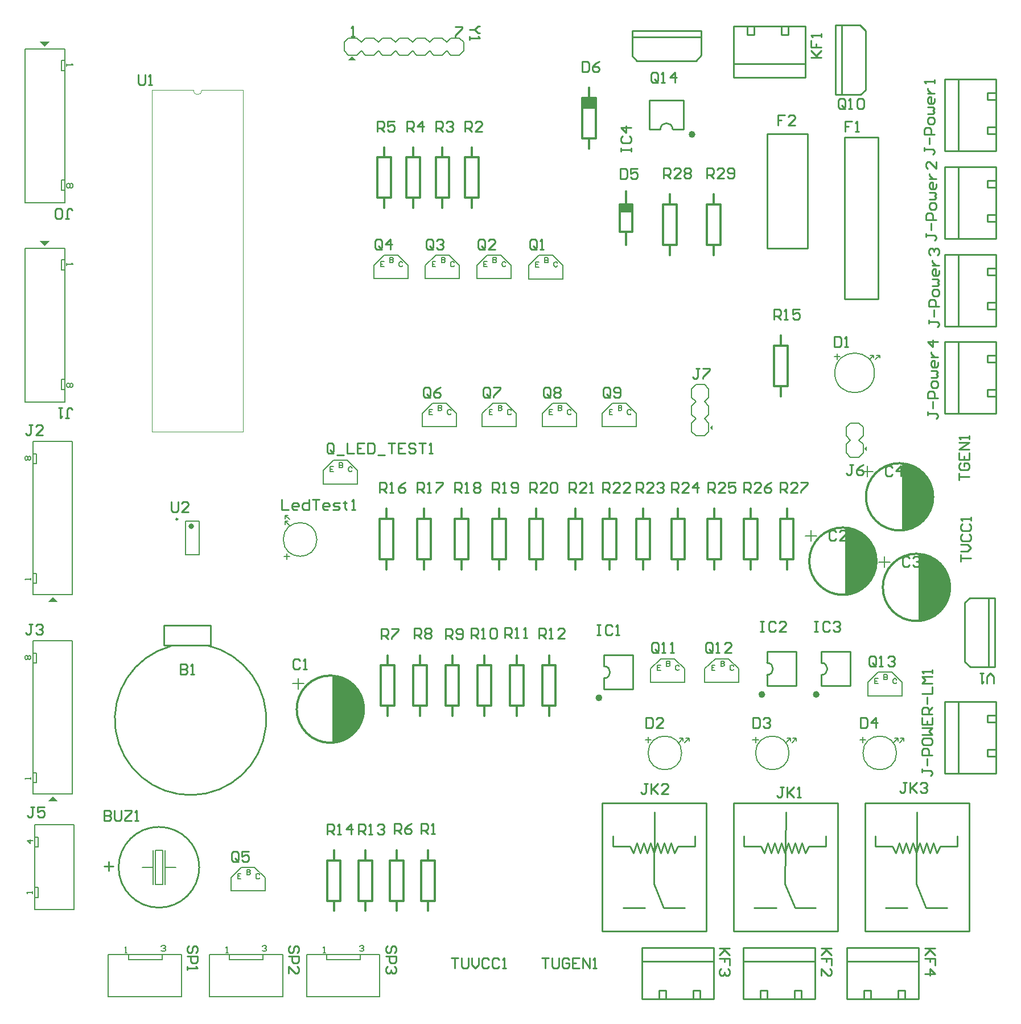
<source format=gto>
G04 Layer_Color=65535*
%FSLAX24Y24*%
%MOIN*%
G70*
G01*
G75*
%ADD13C,0.0100*%
%ADD48C,0.0118*%
%ADD49C,0.0098*%
%ADD50C,0.0157*%
%ADD51C,0.0079*%
%ADD52C,0.0040*%
%ADD53C,0.0200*%
%ADD54C,0.0080*%
%ADD55C,0.0059*%
%ADD56C,0.0059*%
%ADD57C,0.0050*%
G36*
X70395Y63310D02*
X70395Y63140D01*
X70250Y63285D01*
X70395Y63430D01*
X70395Y63310D01*
D02*
G37*
G36*
X23031Y54295D02*
X22441Y54295D01*
X22736Y54591D01*
X23031Y54295D01*
D02*
G37*
G36*
Y42626D02*
X22441Y42626D01*
X22736Y42921D01*
X23031Y42626D01*
D02*
G37*
G36*
X61350Y64545D02*
X61350Y64375D01*
X61205Y64520D01*
X61350Y64665D01*
X61350Y64545D01*
D02*
G37*
G36*
X22244Y86803D02*
X21949Y87098D01*
X22539Y87098D01*
X22244Y86803D01*
D02*
G37*
G36*
X40499Y86009D02*
X40179Y86009D01*
X40009Y86009D01*
X40254Y86254D01*
X40499Y86009D01*
D02*
G37*
G36*
X22244Y75134D02*
X21949Y75429D01*
X22539Y75429D01*
X22244Y75134D01*
D02*
G37*
D13*
X29621Y51719D02*
G03*
X31770Y51765I1167J-4278D01*
G01*
X31299Y38780D02*
G03*
X31299Y38780I-2362J0D01*
G01*
X67734Y50037D02*
G03*
X67734Y50744I0J354D01*
G01*
X55006Y49840D02*
G03*
X55006Y50547I0J354D01*
G01*
X64552Y50037D02*
G03*
X64552Y50744I0J354D01*
G01*
X59019Y81974D02*
G03*
X58311Y81974I-354J0D01*
G01*
X29213Y51772D02*
X31969D01*
Y52953D01*
X29213D02*
X31969D01*
X29213Y51772D02*
Y52953D01*
X70641Y31083D02*
Y31583D01*
X70241D02*
X70641D01*
X70241Y31083D02*
Y31583D01*
X69241Y33283D02*
X73441D01*
X69241Y31083D02*
X73441D01*
Y34083D01*
X69241D02*
X73441D01*
X69241Y31083D02*
Y34083D01*
X72241Y31083D02*
Y31583D01*
X72641D01*
Y31083D02*
Y31583D01*
X69434Y49394D02*
Y51394D01*
X67734D02*
X69434D01*
X67734Y49394D02*
X69434D01*
X67734D02*
Y50037D01*
Y50744D02*
Y51394D01*
X72104Y36413D02*
X72779D01*
X73904D02*
X75104D01*
X71504D02*
X72304D01*
X73304Y37813D02*
X73342Y42001D01*
X71504Y40013D02*
X71904D01*
X72104Y39613D01*
X70904Y40013D02*
Y40613D01*
Y40013D02*
X71504D01*
X72104Y39613D02*
X72304Y40213D01*
X72504Y39613D01*
X72704Y40213D01*
X72904Y39613D01*
X73104Y40213D01*
X73304Y39613D01*
X73504Y40213D01*
X73704Y39613D01*
X73904Y40213D01*
X74104Y39613D01*
X74304Y40213D01*
X74504Y39613D01*
X74704Y40013D01*
X75704D01*
Y40613D01*
X70291Y42552D02*
X76393D01*
Y35032D02*
Y42552D01*
X70291Y35032D02*
Y42552D01*
Y35032D02*
X76393D01*
X73304Y37813D02*
X73878Y36402D01*
X64570Y31083D02*
Y31583D01*
X64170D02*
X64570D01*
X64170Y31083D02*
Y31583D01*
X63170Y33283D02*
X67370D01*
X63170Y31083D02*
X67370D01*
Y34083D01*
X63170D02*
X67370D01*
X63170Y31083D02*
Y34083D01*
X66170Y31083D02*
Y31583D01*
X66570D01*
Y31083D02*
Y31583D01*
X58633Y31083D02*
Y31583D01*
X58233D02*
X58633D01*
X58233Y31083D02*
Y31583D01*
X57233Y33283D02*
X61433D01*
X57233Y31083D02*
X61433D01*
Y34083D01*
X57233D02*
X61433D01*
X57233Y31083D02*
Y34083D01*
X60233Y31083D02*
Y31583D01*
X60633D01*
Y31083D02*
Y31583D01*
X56706Y49197D02*
Y51197D01*
X55006D02*
X56706D01*
X55006Y49197D02*
X56706D01*
X55006D02*
Y49840D01*
Y50547D02*
Y51197D01*
X66252Y49394D02*
Y51394D01*
X64552D02*
X66252D01*
X64552Y49394D02*
X66252D01*
X64552D02*
Y50037D01*
Y50744D02*
Y51394D01*
X64412Y36413D02*
X65087D01*
X66212D02*
X67412D01*
X63812D02*
X64612D01*
X65612Y37813D02*
X65650Y42001D01*
X63812Y40013D02*
X64212D01*
X64412Y39613D01*
X63212Y40013D02*
Y40613D01*
Y40013D02*
X63812D01*
X64412Y39613D02*
X64612Y40213D01*
X64812Y39613D01*
X65012Y40213D01*
X65212Y39613D01*
X65412Y40213D01*
X65612Y39613D01*
X65812Y40213D01*
X66012Y39613D01*
X66212Y40213D01*
X66412Y39613D01*
X66612Y40213D01*
X66812Y39613D01*
X67012Y40013D01*
X68012D01*
Y40613D01*
X62599Y42552D02*
X68701D01*
Y35032D02*
Y42552D01*
X62599Y35032D02*
Y42552D01*
Y35032D02*
X68701D01*
X65612Y37813D02*
X66185Y36402D01*
X56721Y87364D02*
X60681D01*
X60711Y86294D02*
Y87724D01*
X60401Y85984D02*
X60711Y86294D01*
X56941Y85984D02*
X60401D01*
X56661Y86264D02*
X56941Y85984D01*
X56661Y87724D02*
X60711D01*
X56661Y86264D02*
Y87724D01*
X57661Y83674D02*
X59661D01*
X57661Y81974D02*
Y83674D01*
X59661Y81974D02*
Y83674D01*
X59019Y81974D02*
X59661D01*
X57661D02*
X58311D01*
X64567Y81693D02*
X66929D01*
X64567Y75000D02*
Y81693D01*
Y75000D02*
X66929D01*
Y81693D01*
X77472Y66735D02*
X77972D01*
X77472Y66335D02*
Y66735D01*
Y66335D02*
X77972D01*
X75772Y65335D02*
Y69535D01*
X77972Y65335D02*
Y69535D01*
X74972D02*
X77972D01*
X74972Y65335D02*
Y69535D01*
Y65335D02*
X77972D01*
X77472Y68335D02*
X77972D01*
X77472D02*
Y68735D01*
X77972D01*
X77472Y71854D02*
X77972D01*
X77472Y71454D02*
Y71854D01*
Y71454D02*
X77972D01*
X75772Y70454D02*
Y74654D01*
X77972Y70454D02*
Y74654D01*
X74972D02*
X77972D01*
X74972Y70454D02*
Y74654D01*
Y70454D02*
X77972D01*
X77472Y73454D02*
X77972D01*
X77472D02*
Y73854D01*
X77972D01*
X77472Y45672D02*
X77972D01*
X77472Y45272D02*
Y45672D01*
Y45272D02*
X77972D01*
X75772Y44272D02*
Y48472D01*
X77972Y44272D02*
Y48472D01*
X74972D02*
X77972D01*
X74972Y44272D02*
Y48472D01*
Y44272D02*
X77972D01*
X77472Y47272D02*
X77972D01*
X77472D02*
Y47672D01*
X77972D01*
X77522Y50523D02*
Y54483D01*
X76452Y50493D02*
X77882D01*
X76142Y50803D02*
X76452Y50493D01*
X76142Y50803D02*
Y54263D01*
X76422Y54543D01*
X77882Y50493D02*
Y54543D01*
X76422D02*
X77882D01*
X77472Y76972D02*
X77972D01*
X77472Y76572D02*
Y76972D01*
Y76572D02*
X77972D01*
X75772Y75572D02*
Y79772D01*
X77972Y75572D02*
Y79772D01*
X74972D02*
X77972D01*
X74972Y75572D02*
Y79772D01*
Y75572D02*
X77972D01*
X77472Y78572D02*
X77972D01*
X77472D02*
Y78972D01*
X77972D01*
X68935Y84068D02*
Y88028D01*
X68575Y88058D02*
X70005D01*
X70315Y87748D01*
Y84288D02*
Y87748D01*
X70035Y84008D02*
X70315Y84288D01*
X68575Y84008D02*
Y88058D01*
Y84008D02*
X70035D01*
X77472Y82090D02*
X77972D01*
X77472Y81690D02*
Y82090D01*
Y81690D02*
X77972D01*
X75772Y80690D02*
Y84890D01*
X77972Y80690D02*
Y84890D01*
X74972D02*
X77972D01*
X74972Y80690D02*
Y84890D01*
Y80690D02*
X77972D01*
X77472Y83690D02*
X77972D01*
X77472D02*
Y84090D01*
X77972D01*
X71063Y72047D02*
Y81496D01*
X69095Y72047D02*
X71063D01*
X69095D02*
Y81496D01*
X71063D01*
X65383Y87511D02*
Y88011D01*
Y87511D02*
X65783D01*
Y88011D01*
X62583Y85811D02*
X66783D01*
X62583Y88011D02*
X66783D01*
X62583Y85011D02*
Y88011D01*
Y85011D02*
X66783D01*
Y88011D01*
X63783Y87511D02*
Y88011D01*
X63383Y87511D02*
X63783D01*
X63383D02*
Y88011D01*
X56720Y36413D02*
X57395D01*
X58520D02*
X59720D01*
X56120D02*
X56920D01*
X57920Y37813D02*
X57958Y42001D01*
X56120Y40013D02*
X56520D01*
X56720Y39613D01*
X55520Y40013D02*
Y40613D01*
Y40013D02*
X56120D01*
X56720Y39613D02*
X56920Y40213D01*
X57120Y39613D01*
X57320Y40213D01*
X57520Y39613D01*
X57720Y40213D01*
X57920Y39613D01*
X58120Y40213D01*
X58320Y39613D01*
X58520Y40213D01*
X58720Y39613D01*
X58920Y40213D01*
X59120Y39613D01*
X59320Y40013D01*
X60320D01*
Y40613D01*
X54907Y42552D02*
X61009D01*
Y35032D02*
Y42552D01*
X54907Y35032D02*
Y42552D01*
Y35032D02*
X61009D01*
X57920Y37813D02*
X58493Y36402D01*
X30180Y50660D02*
Y50060D01*
X30480D01*
X30580Y50160D01*
Y50260D01*
X30480Y50360D01*
X30180D01*
X30480D01*
X30580Y50460D01*
Y50560D01*
X30480Y50660D01*
X30180D01*
X30780Y50060D02*
X30980D01*
X30880D01*
Y50660D01*
X30780Y50560D01*
X25742Y42094D02*
Y41495D01*
X26042D01*
X26142Y41595D01*
Y41694D01*
X26042Y41794D01*
X25742D01*
X26042D01*
X26142Y41894D01*
Y41994D01*
X26042Y42094D01*
X25742D01*
X26342D02*
Y41595D01*
X26442Y41495D01*
X26642D01*
X26742Y41595D01*
Y42094D01*
X26942D02*
X27341D01*
Y41994D01*
X26942Y41595D01*
Y41495D01*
X27341D01*
X27541D02*
X27741D01*
X27641D01*
Y42094D01*
X27541Y41994D01*
X37201Y50856D02*
X37101Y50956D01*
X36901D01*
X36801Y50856D01*
Y50456D01*
X36901Y50356D01*
X37101D01*
X37201Y50456D01*
X37401Y50356D02*
X37601D01*
X37501D01*
Y50956D01*
X37401Y50856D01*
X68591Y58398D02*
X68491Y58498D01*
X68291D01*
X68191Y58398D01*
Y57998D01*
X68291Y57898D01*
X68491D01*
X68591Y57998D01*
X69191Y57898D02*
X68791D01*
X69191Y58298D01*
Y58398D01*
X69091Y58498D01*
X68891D01*
X68791Y58398D01*
X71911Y62165D02*
X71811Y62265D01*
X71611D01*
X71511Y62165D01*
Y61765D01*
X71611Y61665D01*
X71811D01*
X71911Y61765D01*
X72410Y61665D02*
Y62265D01*
X72111Y61965D01*
X72510D01*
X68510Y69831D02*
Y69232D01*
X68810D01*
X68910Y69331D01*
Y69731D01*
X68810Y69831D01*
X68510D01*
X69110Y69232D02*
X69310D01*
X69210D01*
Y69831D01*
X69110Y69731D01*
X57446Y47547D02*
Y46947D01*
X57746D01*
X57846Y47047D01*
Y47447D01*
X57746Y47547D01*
X57446D01*
X58446Y46947D02*
X58046D01*
X58446Y47347D01*
Y47447D01*
X58346Y47547D01*
X58146D01*
X58046Y47447D01*
X63737Y47547D02*
Y46947D01*
X64037D01*
X64137Y47047D01*
Y47447D01*
X64037Y47547D01*
X63737D01*
X64337Y47447D02*
X64437Y47547D01*
X64637D01*
X64737Y47447D01*
Y47347D01*
X64637Y47247D01*
X64537D01*
X64637D01*
X64737Y47147D01*
Y47047D01*
X64637Y46947D01*
X64437D01*
X64337Y47047D01*
X70029Y47547D02*
Y46947D01*
X70328D01*
X70428Y47047D01*
Y47447D01*
X70328Y47547D01*
X70029D01*
X70928Y46947D02*
Y47547D01*
X70628Y47247D01*
X71028D01*
X55964Y79682D02*
Y79082D01*
X56264D01*
X56364Y79182D01*
Y79582D01*
X56264Y79682D01*
X55964D01*
X56964D02*
X56564D01*
Y79382D01*
X56764Y79482D01*
X56864D01*
X56964Y79382D01*
Y79182D01*
X56864Y79082D01*
X56664D01*
X56564Y79182D01*
X53715Y85928D02*
Y85328D01*
X54015D01*
X54115Y85428D01*
Y85828D01*
X54015Y85928D01*
X53715D01*
X54715D02*
X54515Y85828D01*
X54315Y85628D01*
Y85428D01*
X54415Y85328D01*
X54615D01*
X54715Y85428D01*
Y85528D01*
X54615Y85628D01*
X54315D01*
X69544Y82446D02*
X69144D01*
Y82147D01*
X69344D01*
X69144D01*
Y81847D01*
X69744D02*
X69943D01*
X69844D01*
Y82446D01*
X69744Y82346D01*
X65598Y82804D02*
X65198D01*
Y82504D01*
X65398D01*
X65198D01*
Y82204D01*
X66198D02*
X65798D01*
X66198Y82604D01*
Y82704D01*
X66098Y82804D01*
X65898D01*
X65798Y82704D01*
X54611Y52972D02*
X54810D01*
X54710D01*
Y52372D01*
X54611D01*
X54810D01*
X55510Y52872D02*
X55410Y52972D01*
X55210D01*
X55110Y52872D01*
Y52472D01*
X55210Y52372D01*
X55410D01*
X55510Y52472D01*
X55710Y52372D02*
X55910D01*
X55810D01*
Y52972D01*
X55710Y52872D01*
X64157Y53169D02*
X64357D01*
X64257D01*
Y52569D01*
X64157D01*
X64357D01*
X65057Y53069D02*
X64957Y53169D01*
X64757D01*
X64657Y53069D01*
Y52669D01*
X64757Y52569D01*
X64957D01*
X65057Y52669D01*
X65657Y52569D02*
X65257D01*
X65657Y52969D01*
Y53069D01*
X65557Y53169D01*
X65357D01*
X65257Y53069D01*
X67339Y53169D02*
X67539D01*
X67439D01*
Y52569D01*
X67339D01*
X67539D01*
X68239Y53069D02*
X68139Y53169D01*
X67939D01*
X67839Y53069D01*
Y52669D01*
X67939Y52569D01*
X68139D01*
X68239Y52669D01*
X68439Y53069D02*
X68539Y53169D01*
X68739D01*
X68839Y53069D01*
Y52969D01*
X68739Y52869D01*
X68639D01*
X68739D01*
X68839Y52769D01*
Y52669D01*
X68739Y52569D01*
X68539D01*
X68439Y52669D01*
X56012Y80674D02*
Y80874D01*
Y80774D01*
X56611D01*
Y80674D01*
Y80874D01*
X56112Y81574D02*
X56012Y81474D01*
Y81274D01*
X56112Y81174D01*
X56511D01*
X56611Y81274D01*
Y81474D01*
X56511Y81574D01*
X56611Y82074D02*
X56012D01*
X56312Y81774D01*
Y82174D01*
X23456Y76732D02*
X23656D01*
X23556D01*
Y77232D01*
X23656Y77332D01*
X23756D01*
X23856Y77232D01*
X23256Y76832D02*
X23156Y76732D01*
X22956D01*
X22856Y76832D01*
Y77232D01*
X22956Y77332D01*
X23156D01*
X23256Y77232D01*
Y76832D01*
X23456Y65063D02*
X23656D01*
X23556D01*
Y65563D01*
X23656Y65663D01*
X23756D01*
X23856Y65563D01*
X23256Y65663D02*
X23056D01*
X23156D01*
Y65063D01*
X23256Y65163D01*
X21524Y64662D02*
X21324D01*
X21424D01*
Y64162D01*
X21324Y64062D01*
X21224D01*
X21124Y64162D01*
X22124Y64062D02*
X21724D01*
X22124Y64462D01*
Y64562D01*
X22024Y64662D01*
X21824D01*
X21724Y64562D01*
X21524Y52992D02*
X21324D01*
X21424D01*
Y52492D01*
X21324Y52392D01*
X21224D01*
X21124Y52492D01*
X21724Y52892D02*
X21824Y52992D01*
X22024D01*
X22124Y52892D01*
Y52792D01*
X22024Y52692D01*
X21924D01*
X22024D01*
X22124Y52592D01*
Y52492D01*
X22024Y52392D01*
X21824D01*
X21724Y52492D01*
X21623Y42294D02*
X21423D01*
X21523D01*
Y41795D01*
X21423Y41695D01*
X21323D01*
X21223Y41795D01*
X22222Y42294D02*
X21823D01*
Y41994D01*
X22023Y42094D01*
X22122D01*
X22222Y41994D01*
Y41795D01*
X22122Y41695D01*
X21923D01*
X21823Y41795D01*
X69585Y62329D02*
X69385D01*
X69485D01*
Y61830D01*
X69385Y61730D01*
X69285D01*
X69185Y61830D01*
X70185Y62329D02*
X69985Y62229D01*
X69785Y62029D01*
Y61830D01*
X69885Y61730D01*
X70085D01*
X70185Y61830D01*
Y61929D01*
X70085Y62029D01*
X69785D01*
X60595Y67980D02*
X60395D01*
X60495D01*
Y67480D01*
X60395Y67380D01*
X60295D01*
X60195Y67480D01*
X60795Y67980D02*
X61195D01*
Y67880D01*
X60795Y67480D01*
Y67380D01*
X73772Y80890D02*
Y80690D01*
Y80790D01*
X74272D01*
X74372Y80690D01*
Y80590D01*
X74272Y80490D01*
X74072Y81090D02*
Y81489D01*
X74372Y81689D02*
X73772D01*
Y81989D01*
X73872Y82089D01*
X74072D01*
X74172Y81989D01*
Y81689D01*
X74372Y82389D02*
Y82589D01*
X74272Y82689D01*
X74072D01*
X73972Y82589D01*
Y82389D01*
X74072Y82289D01*
X74272D01*
X74372Y82389D01*
X73972Y82889D02*
X74272D01*
X74372Y82989D01*
X74272Y83089D01*
X74372Y83189D01*
X74272Y83289D01*
X73972D01*
X74372Y83789D02*
Y83589D01*
X74272Y83489D01*
X74072D01*
X73972Y83589D01*
Y83789D01*
X74072Y83889D01*
X74172D01*
Y83489D01*
X73972Y84089D02*
X74372D01*
X74172D01*
X74072Y84189D01*
X73972Y84289D01*
Y84389D01*
X74372Y84688D02*
Y84888D01*
Y84788D01*
X73772D01*
X73872Y84688D01*
X73872Y75872D02*
Y75672D01*
Y75772D01*
X74372D01*
X74472Y75672D01*
Y75572D01*
X74372Y75472D01*
X74172Y76071D02*
Y76471D01*
X74472Y76671D02*
X73872D01*
Y76971D01*
X73972Y77071D01*
X74172D01*
X74272Y76971D01*
Y76671D01*
X74472Y77371D02*
Y77571D01*
X74372Y77671D01*
X74172D01*
X74072Y77571D01*
Y77371D01*
X74172Y77271D01*
X74372D01*
X74472Y77371D01*
X74072Y77871D02*
X74372D01*
X74472Y77971D01*
X74372Y78071D01*
X74472Y78171D01*
X74372Y78271D01*
X74072D01*
X74472Y78771D02*
Y78571D01*
X74372Y78471D01*
X74172D01*
X74072Y78571D01*
Y78771D01*
X74172Y78871D01*
X74272D01*
Y78471D01*
X74072Y79070D02*
X74472D01*
X74272D01*
X74172Y79170D01*
X74072Y79270D01*
Y79370D01*
X74472Y80070D02*
Y79670D01*
X74072Y80070D01*
X73972D01*
X73872Y79970D01*
Y79770D01*
X73972Y79670D01*
X74022Y70803D02*
Y70603D01*
Y70703D01*
X74522D01*
X74622Y70603D01*
Y70504D01*
X74522Y70404D01*
X74322Y71003D02*
Y71403D01*
X74622Y71603D02*
X74022D01*
Y71903D01*
X74122Y72003D01*
X74322D01*
X74422Y71903D01*
Y71603D01*
X74622Y72303D02*
Y72503D01*
X74522Y72603D01*
X74322D01*
X74222Y72503D01*
Y72303D01*
X74322Y72203D01*
X74522D01*
X74622Y72303D01*
X74222Y72803D02*
X74522D01*
X74622Y72903D01*
X74522Y73003D01*
X74622Y73103D01*
X74522Y73203D01*
X74222D01*
X74622Y73702D02*
Y73503D01*
X74522Y73403D01*
X74322D01*
X74222Y73503D01*
Y73702D01*
X74322Y73802D01*
X74422D01*
Y73403D01*
X74222Y74002D02*
X74622D01*
X74422D01*
X74322Y74102D01*
X74222Y74202D01*
Y74302D01*
X74122Y74602D02*
X74022Y74702D01*
Y74902D01*
X74122Y75002D01*
X74222D01*
X74322Y74902D01*
Y74802D01*
Y74902D01*
X74422Y75002D01*
X74522D01*
X74622Y74902D01*
Y74702D01*
X74522Y74602D01*
X73972Y65435D02*
Y65235D01*
Y65335D01*
X74472D01*
X74572Y65235D01*
Y65135D01*
X74472Y65035D01*
X74272Y65635D02*
Y66035D01*
X74572Y66235D02*
X73972D01*
Y66535D01*
X74072Y66635D01*
X74272D01*
X74372Y66535D01*
Y66235D01*
X74572Y66935D02*
Y67135D01*
X74472Y67235D01*
X74272D01*
X74172Y67135D01*
Y66935D01*
X74272Y66835D01*
X74472D01*
X74572Y66935D01*
X74172Y67435D02*
X74472D01*
X74572Y67535D01*
X74472Y67635D01*
X74572Y67735D01*
X74472Y67835D01*
X74172D01*
X74572Y68334D02*
Y68134D01*
X74472Y68034D01*
X74272D01*
X74172Y68134D01*
Y68334D01*
X74272Y68434D01*
X74372D01*
Y68034D01*
X74172Y68634D02*
X74572D01*
X74372D01*
X74272Y68734D01*
X74172Y68834D01*
Y68934D01*
X74572Y69534D02*
X73972D01*
X74272Y69234D01*
Y69634D01*
X73613Y44526D02*
Y44326D01*
Y44426D01*
X74113D01*
X74213Y44326D01*
Y44226D01*
X74113Y44126D01*
X73913Y44726D02*
Y45126D01*
X74213Y45326D02*
X73613D01*
Y45626D01*
X73713Y45725D01*
X73913D01*
X74013Y45626D01*
Y45326D01*
X73613Y46225D02*
Y46025D01*
X73713Y45925D01*
X74113D01*
X74213Y46025D01*
Y46225D01*
X74113Y46325D01*
X73713D01*
X73613Y46225D01*
Y46525D02*
X74213D01*
X74013Y46725D01*
X74213Y46925D01*
X73613D01*
Y47525D02*
Y47125D01*
X74213D01*
Y47525D01*
X73913Y47125D02*
Y47325D01*
X74213Y47725D02*
X73613D01*
Y48025D01*
X73713Y48125D01*
X73913D01*
X74013Y48025D01*
Y47725D01*
Y47925D02*
X74213Y48125D01*
X73913Y48325D02*
Y48724D01*
X73613Y48924D02*
X74213D01*
Y49324D01*
Y49524D02*
X73613D01*
X73813Y49724D01*
X73613Y49924D01*
X74213D01*
Y50124D02*
Y50324D01*
Y50224D01*
X73613D01*
X73713Y50124D01*
X65542Y43483D02*
X65342D01*
X65442D01*
Y42983D01*
X65342Y42883D01*
X65242D01*
X65142Y42983D01*
X65742Y43483D02*
Y42883D01*
Y43083D01*
X66142Y43483D01*
X65842Y43183D01*
X66142Y42883D01*
X66342D02*
X66542D01*
X66442D01*
Y43483D01*
X66342Y43383D01*
X72724Y43723D02*
X72524D01*
X72624D01*
Y43223D01*
X72524Y43123D01*
X72424D01*
X72324Y43223D01*
X72924Y43723D02*
Y43123D01*
Y43323D01*
X73324Y43723D01*
X73024Y43423D01*
X73324Y43123D01*
X73524Y43623D02*
X73624Y43723D01*
X73824D01*
X73924Y43623D01*
Y43523D01*
X73824Y43423D01*
X73724D01*
X73824D01*
X73924Y43323D01*
Y43223D01*
X73824Y43123D01*
X73624D01*
X73524Y43223D01*
X68315Y34038D02*
X67715D01*
X67915D01*
X68315Y33639D01*
X68015Y33939D01*
X67715Y33639D01*
X68315Y33039D02*
Y33439D01*
X68015D01*
Y33239D01*
Y33439D01*
X67715D01*
Y32439D02*
Y32839D01*
X68115Y32439D01*
X68215D01*
X68315Y32539D01*
Y32739D01*
X68215Y32839D01*
X62378Y34038D02*
X61778D01*
X61978D01*
X62378Y33639D01*
X62078Y33939D01*
X61778Y33639D01*
X62378Y33039D02*
Y33439D01*
X62078D01*
Y33239D01*
Y33439D01*
X61778D01*
X62278Y32839D02*
X62378Y32739D01*
Y32539D01*
X62278Y32439D01*
X62178D01*
X62078Y32539D01*
Y32639D01*
Y32539D01*
X61978Y32439D01*
X61878D01*
X61778Y32539D01*
Y32739D01*
X61878Y32839D01*
X74386Y34038D02*
X73786D01*
X73986D01*
X74386Y33639D01*
X74086Y33939D01*
X73786Y33639D01*
X74386Y33039D02*
Y33439D01*
X74086D01*
Y33239D01*
Y33439D01*
X73786D01*
Y32539D02*
X74386D01*
X74086Y32839D01*
Y32439D01*
X36130Y60319D02*
Y59720D01*
X36530D01*
X37029D02*
X36830D01*
X36730Y59820D01*
Y60019D01*
X36830Y60119D01*
X37029D01*
X37129Y60019D01*
Y59920D01*
X36730D01*
X37729Y60319D02*
Y59720D01*
X37429D01*
X37329Y59820D01*
Y60019D01*
X37429Y60119D01*
X37729D01*
X37929Y60319D02*
X38329D01*
X38129D01*
Y59720D01*
X38829D02*
X38629D01*
X38529Y59820D01*
Y60019D01*
X38629Y60119D01*
X38829D01*
X38929Y60019D01*
Y59920D01*
X38529D01*
X39129Y59720D02*
X39429D01*
X39529Y59820D01*
X39429Y59920D01*
X39229D01*
X39129Y60019D01*
X39229Y60119D01*
X39529D01*
X39829Y60219D02*
Y60119D01*
X39729D01*
X39928D01*
X39829D01*
Y59820D01*
X39928Y59720D01*
X40228D02*
X40428D01*
X40328D01*
Y60319D01*
X40228Y60219D01*
X48031Y75047D02*
Y75447D01*
X47931Y75547D01*
X47732D01*
X47632Y75447D01*
Y75047D01*
X47732Y74947D01*
X47931D01*
X47832Y75147D02*
X48031Y74947D01*
X47931D02*
X48031Y75047D01*
X48631Y74947D02*
X48231D01*
X48631Y75347D01*
Y75447D01*
X48531Y75547D01*
X48331D01*
X48231Y75447D01*
X45008Y75047D02*
Y75447D01*
X44908Y75547D01*
X44708D01*
X44608Y75447D01*
Y75047D01*
X44708Y74947D01*
X44908D01*
X44808Y75147D02*
X45008Y74947D01*
X44908D02*
X45008Y75047D01*
X45208Y75447D02*
X45308Y75547D01*
X45508D01*
X45608Y75447D01*
Y75347D01*
X45508Y75247D01*
X45408D01*
X45508D01*
X45608Y75147D01*
Y75047D01*
X45508Y74947D01*
X45308D01*
X45208Y75047D01*
X41985D02*
Y75447D01*
X41885Y75547D01*
X41685D01*
X41585Y75447D01*
Y75047D01*
X41685Y74947D01*
X41885D01*
X41785Y75147D02*
X41985Y74947D01*
X41885D02*
X41985Y75047D01*
X42484Y74947D02*
Y75547D01*
X42184Y75247D01*
X42584D01*
X33611Y39220D02*
Y39620D01*
X33511Y39720D01*
X33311D01*
X33211Y39620D01*
Y39220D01*
X33311Y39120D01*
X33511D01*
X33411Y39320D02*
X33611Y39120D01*
X33511D02*
X33611Y39220D01*
X34210Y39720D02*
X33810D01*
Y39420D01*
X34010Y39520D01*
X34110D01*
X34210Y39420D01*
Y39220D01*
X34110Y39120D01*
X33910D01*
X33810Y39220D01*
X48344Y66386D02*
Y66785D01*
X48244Y66885D01*
X48044D01*
X47944Y66785D01*
Y66386D01*
X48044Y66286D01*
X48244D01*
X48144Y66486D02*
X48344Y66286D01*
X48244D02*
X48344Y66386D01*
X48544Y66885D02*
X48944D01*
Y66785D01*
X48544Y66386D01*
Y66286D01*
X51857Y66386D02*
Y66785D01*
X51757Y66885D01*
X51557D01*
X51457Y66785D01*
Y66386D01*
X51557Y66286D01*
X51757D01*
X51657Y66486D02*
X51857Y66286D01*
X51757D02*
X51857Y66386D01*
X52057Y66785D02*
X52157Y66885D01*
X52357D01*
X52457Y66785D01*
Y66686D01*
X52357Y66586D01*
X52457Y66486D01*
Y66386D01*
X52357Y66286D01*
X52157D01*
X52057Y66386D01*
Y66486D01*
X52157Y66586D01*
X52057Y66686D01*
Y66785D01*
X52157Y66586D02*
X52357D01*
X55370Y66386D02*
Y66785D01*
X55270Y66885D01*
X55070D01*
X54971Y66785D01*
Y66386D01*
X55070Y66286D01*
X55270D01*
X55170Y66486D02*
X55370Y66286D01*
X55270D02*
X55370Y66386D01*
X55570D02*
X55670Y66286D01*
X55870D01*
X55970Y66386D01*
Y66785D01*
X55870Y66885D01*
X55670D01*
X55570Y66785D01*
Y66686D01*
X55670Y66586D01*
X55970D01*
X69135Y83258D02*
Y83658D01*
X69035Y83758D01*
X68835D01*
X68735Y83658D01*
Y83258D01*
X68835Y83158D01*
X69035D01*
X68935Y83358D02*
X69135Y83158D01*
X69035D02*
X69135Y83258D01*
X69335Y83158D02*
X69535D01*
X69435D01*
Y83758D01*
X69335Y83658D01*
X69835D02*
X69935Y83758D01*
X70135D01*
X70235Y83658D01*
Y83258D01*
X70135Y83158D01*
X69935D01*
X69835Y83258D01*
Y83658D01*
X58193Y51425D02*
Y51825D01*
X58093Y51925D01*
X57893D01*
X57793Y51825D01*
Y51425D01*
X57893Y51325D01*
X58093D01*
X57993Y51525D02*
X58193Y51325D01*
X58093D02*
X58193Y51425D01*
X58393Y51325D02*
X58592D01*
X58493D01*
Y51925D01*
X58393Y51825D01*
X58892Y51325D02*
X59092D01*
X58992D01*
Y51925D01*
X58892Y51825D01*
X61375Y51425D02*
Y51825D01*
X61275Y51925D01*
X61075D01*
X60975Y51825D01*
Y51425D01*
X61075Y51325D01*
X61275D01*
X61175Y51525D02*
X61375Y51325D01*
X61275D02*
X61375Y51425D01*
X61575Y51325D02*
X61775D01*
X61675D01*
Y51925D01*
X61575Y51825D01*
X62474Y51325D02*
X62075D01*
X62474Y51725D01*
Y51825D01*
X62375Y51925D01*
X62175D01*
X62075Y51825D01*
X70922Y50638D02*
Y51037D01*
X70822Y51137D01*
X70622D01*
X70522Y51037D01*
Y50638D01*
X70622Y50538D01*
X70822D01*
X70722Y50738D02*
X70922Y50538D01*
X70822D02*
X70922Y50638D01*
X71122Y50538D02*
X71321D01*
X71221D01*
Y51137D01*
X71122Y51037D01*
X71621D02*
X71721Y51137D01*
X71921D01*
X72021Y51037D01*
Y50937D01*
X71921Y50837D01*
X71821D01*
X71921D01*
X72021Y50738D01*
Y50638D01*
X71921Y50538D01*
X71721D01*
X71621Y50638D01*
X58161Y84814D02*
Y85214D01*
X58061Y85314D01*
X57861D01*
X57761Y85214D01*
Y84814D01*
X57861Y84714D01*
X58061D01*
X57961Y84914D02*
X58161Y84714D01*
X58061D02*
X58161Y84814D01*
X58361Y84714D02*
X58561D01*
X58461D01*
Y85314D01*
X58361Y85214D01*
X59161Y84714D02*
Y85314D01*
X58861Y85014D01*
X59261D01*
X39179Y63092D02*
Y63492D01*
X39079Y63592D01*
X38879D01*
X38780Y63492D01*
Y63092D01*
X38879Y62992D01*
X39079D01*
X38979Y63192D02*
X39179Y62992D01*
X39079D02*
X39179Y63092D01*
X39379Y62892D02*
X39779D01*
X39979Y63592D02*
Y62992D01*
X40379D01*
X40979Y63592D02*
X40579D01*
Y62992D01*
X40979D01*
X40579Y63292D02*
X40779D01*
X41179Y63592D02*
Y62992D01*
X41479D01*
X41579Y63092D01*
Y63492D01*
X41479Y63592D01*
X41179D01*
X41779Y62892D02*
X42178D01*
X42378Y63592D02*
X42778D01*
X42578D01*
Y62992D01*
X43378Y63592D02*
X42978D01*
Y62992D01*
X43378D01*
X42978Y63292D02*
X43178D01*
X43978Y63492D02*
X43878Y63592D01*
X43678D01*
X43578Y63492D01*
Y63392D01*
X43678Y63292D01*
X43878D01*
X43978Y63192D01*
Y63092D01*
X43878Y62992D01*
X43678D01*
X43578Y63092D01*
X44178Y63592D02*
X44578D01*
X44378D01*
Y62992D01*
X44778D02*
X44978D01*
X44878D01*
Y63592D01*
X44778Y63492D01*
X44291Y40748D02*
Y41348D01*
X44591D01*
X44691Y41248D01*
Y41048D01*
X44591Y40948D01*
X44291D01*
X44491D02*
X44691Y40748D01*
X44891D02*
X45091D01*
X44991D01*
Y41348D01*
X44891Y41248D01*
X46869Y81849D02*
Y82449D01*
X47169D01*
X47269Y82349D01*
Y82149D01*
X47169Y82049D01*
X46869D01*
X47069D02*
X47269Y81849D01*
X47869D02*
X47469D01*
X47869Y82249D01*
Y82349D01*
X47769Y82449D01*
X47569D01*
X47469Y82349D01*
X45160Y81849D02*
Y82449D01*
X45459D01*
X45559Y82349D01*
Y82149D01*
X45459Y82049D01*
X45160D01*
X45359D02*
X45559Y81849D01*
X45759Y82349D02*
X45859Y82449D01*
X46059D01*
X46159Y82349D01*
Y82249D01*
X46059Y82149D01*
X45959D01*
X46059D01*
X46159Y82049D01*
Y81949D01*
X46059Y81849D01*
X45859D01*
X45759Y81949D01*
X43450Y81849D02*
Y82449D01*
X43750D01*
X43850Y82349D01*
Y82149D01*
X43750Y82049D01*
X43450D01*
X43650D02*
X43850Y81849D01*
X44350D02*
Y82449D01*
X44050Y82149D01*
X44450D01*
X41740Y81849D02*
Y82449D01*
X42040D01*
X42140Y82349D01*
Y82149D01*
X42040Y82049D01*
X41740D01*
X41940D02*
X42140Y81849D01*
X42740Y82449D02*
X42340D01*
Y82149D01*
X42540Y82249D01*
X42640D01*
X42740Y82149D01*
Y81949D01*
X42640Y81849D01*
X42440D01*
X42340Y81949D01*
X42717Y40748D02*
Y41348D01*
X43016D01*
X43116Y41248D01*
Y41048D01*
X43016Y40948D01*
X42717D01*
X42916D02*
X43116Y40748D01*
X43716Y41348D02*
X43516Y41248D01*
X43316Y41048D01*
Y40848D01*
X43416Y40748D01*
X43616D01*
X43716Y40848D01*
Y40948D01*
X43616Y41048D01*
X43316D01*
X41948Y52124D02*
Y52724D01*
X42248D01*
X42348Y52624D01*
Y52424D01*
X42248Y52324D01*
X41948D01*
X42148D02*
X42348Y52124D01*
X42548Y52724D02*
X42948D01*
Y52624D01*
X42548Y52224D01*
Y52124D01*
X43898Y52165D02*
Y52765D01*
X44198D01*
X44298Y52665D01*
Y52465D01*
X44198Y52365D01*
X43898D01*
X44098D02*
X44298Y52165D01*
X44497Y52665D02*
X44597Y52765D01*
X44797D01*
X44897Y52665D01*
Y52565D01*
X44797Y52465D01*
X44897Y52365D01*
Y52265D01*
X44797Y52165D01*
X44597D01*
X44497Y52265D01*
Y52365D01*
X44597Y52465D01*
X44497Y52565D01*
Y52665D01*
X44597Y52465D02*
X44797D01*
X45727Y52124D02*
Y52724D01*
X46027D01*
X46127Y52624D01*
Y52424D01*
X46027Y52324D01*
X45727D01*
X45927D02*
X46127Y52124D01*
X46327Y52224D02*
X46427Y52124D01*
X46627D01*
X46727Y52224D01*
Y52624D01*
X46627Y52724D01*
X46427D01*
X46327Y52624D01*
Y52524D01*
X46427Y52424D01*
X46727D01*
X47244Y52165D02*
Y52765D01*
X47544D01*
X47644Y52665D01*
Y52465D01*
X47544Y52365D01*
X47244D01*
X47444D02*
X47644Y52165D01*
X47844D02*
X48044D01*
X47944D01*
Y52765D01*
X47844Y52665D01*
X48344D02*
X48444Y52765D01*
X48644D01*
X48744Y52665D01*
Y52265D01*
X48644Y52165D01*
X48444D01*
X48344Y52265D01*
Y52665D01*
X49204Y52203D02*
Y52803D01*
X49504D01*
X49604Y52703D01*
Y52503D01*
X49504Y52403D01*
X49204D01*
X49404D02*
X49604Y52203D01*
X49804D02*
X50004D01*
X49904D01*
Y52803D01*
X49804Y52703D01*
X50304Y52203D02*
X50504D01*
X50404D01*
Y52803D01*
X50304Y52703D01*
X51181Y52165D02*
Y52765D01*
X51481D01*
X51581Y52665D01*
Y52465D01*
X51481Y52365D01*
X51181D01*
X51381D02*
X51581Y52165D01*
X51781D02*
X51981D01*
X51881D01*
Y52765D01*
X51781Y52665D01*
X52681Y52165D02*
X52281D01*
X52681Y52565D01*
Y52665D01*
X52581Y52765D01*
X52381D01*
X52281Y52665D01*
X40635Y40707D02*
Y41307D01*
X40935D01*
X41035Y41207D01*
Y41007D01*
X40935Y40907D01*
X40635D01*
X40835D02*
X41035Y40707D01*
X41235D02*
X41435D01*
X41335D01*
Y41307D01*
X41235Y41207D01*
X41735D02*
X41835Y41307D01*
X42035D01*
X42135Y41207D01*
Y41107D01*
X42035Y41007D01*
X41935D01*
X42035D01*
X42135Y40907D01*
Y40807D01*
X42035Y40707D01*
X41835D01*
X41735Y40807D01*
X38798Y40707D02*
Y41307D01*
X39098D01*
X39198Y41207D01*
Y41007D01*
X39098Y40907D01*
X38798D01*
X38998D02*
X39198Y40707D01*
X39398D02*
X39598D01*
X39498D01*
Y41307D01*
X39398Y41207D01*
X40198Y40707D02*
Y41307D01*
X39898Y41007D01*
X40298D01*
X64979Y70825D02*
Y71425D01*
X65279D01*
X65379Y71325D01*
Y71125D01*
X65279Y71025D01*
X64979D01*
X65179D02*
X65379Y70825D01*
X65579D02*
X65779D01*
X65679D01*
Y71425D01*
X65579Y71325D01*
X66479Y71425D02*
X66079D01*
Y71125D01*
X66279Y71225D01*
X66379D01*
X66479Y71125D01*
Y70925D01*
X66379Y70825D01*
X66179D01*
X66079Y70925D01*
X41877Y60693D02*
Y61293D01*
X42176D01*
X42276Y61193D01*
Y60993D01*
X42176Y60893D01*
X41877D01*
X42077D02*
X42276Y60693D01*
X42476D02*
X42676D01*
X42576D01*
Y61293D01*
X42476Y61193D01*
X43376Y61293D02*
X43176Y61193D01*
X42976Y60993D01*
Y60793D01*
X43076Y60693D01*
X43276D01*
X43376Y60793D01*
Y60893D01*
X43276Y60993D01*
X42976D01*
X44077Y60693D02*
Y61293D01*
X44376D01*
X44476Y61193D01*
Y60993D01*
X44376Y60893D01*
X44077D01*
X44277D02*
X44476Y60693D01*
X44676D02*
X44876D01*
X44776D01*
Y61293D01*
X44676Y61193D01*
X45176Y61293D02*
X45576D01*
Y61193D01*
X45176Y60793D01*
Y60693D01*
X46277D02*
Y61293D01*
X46576D01*
X46676Y61193D01*
Y60993D01*
X46576Y60893D01*
X46277D01*
X46477D02*
X46676Y60693D01*
X46876D02*
X47076D01*
X46976D01*
Y61293D01*
X46876Y61193D01*
X47376D02*
X47476Y61293D01*
X47676D01*
X47776Y61193D01*
Y61093D01*
X47676Y60993D01*
X47776Y60893D01*
Y60793D01*
X47676Y60693D01*
X47476D01*
X47376Y60793D01*
Y60893D01*
X47476Y60993D01*
X47376Y61093D01*
Y61193D01*
X47476Y60993D02*
X47676D01*
X48477Y60693D02*
Y61293D01*
X48776D01*
X48876Y61193D01*
Y60993D01*
X48776Y60893D01*
X48477D01*
X48677D02*
X48876Y60693D01*
X49076D02*
X49276D01*
X49176D01*
Y61293D01*
X49076Y61193D01*
X49576Y60793D02*
X49676Y60693D01*
X49876D01*
X49976Y60793D01*
Y61193D01*
X49876Y61293D01*
X49676D01*
X49576Y61193D01*
Y61093D01*
X49676Y60993D01*
X49976D01*
X50651Y60693D02*
Y61293D01*
X50951D01*
X51051Y61193D01*
Y60993D01*
X50951Y60893D01*
X50651D01*
X50851D02*
X51051Y60693D01*
X51651D02*
X51251D01*
X51651Y61093D01*
Y61193D01*
X51551Y61293D01*
X51351D01*
X51251Y61193D01*
X51851D02*
X51951Y61293D01*
X52151D01*
X52251Y61193D01*
Y60793D01*
X52151Y60693D01*
X51951D01*
X51851Y60793D01*
Y61193D01*
X52951Y60693D02*
Y61293D01*
X53251D01*
X53351Y61193D01*
Y60993D01*
X53251Y60893D01*
X52951D01*
X53151D02*
X53351Y60693D01*
X53951D02*
X53551D01*
X53951Y61093D01*
Y61193D01*
X53851Y61293D01*
X53651D01*
X53551Y61193D01*
X54151Y60693D02*
X54351D01*
X54251D01*
Y61293D01*
X54151Y61193D01*
X54940Y60693D02*
Y61293D01*
X55240D01*
X55340Y61193D01*
Y60993D01*
X55240Y60893D01*
X54940D01*
X55140D02*
X55340Y60693D01*
X55940D02*
X55540D01*
X55940Y61093D01*
Y61193D01*
X55840Y61293D01*
X55640D01*
X55540Y61193D01*
X56539Y60693D02*
X56140D01*
X56539Y61093D01*
Y61193D01*
X56439Y61293D01*
X56240D01*
X56140Y61193D01*
X56908Y60693D02*
Y61293D01*
X57208D01*
X57308Y61193D01*
Y60993D01*
X57208Y60893D01*
X56908D01*
X57108D02*
X57308Y60693D01*
X57908D02*
X57508D01*
X57908Y61093D01*
Y61193D01*
X57808Y61293D01*
X57608D01*
X57508Y61193D01*
X58108D02*
X58208Y61293D01*
X58408D01*
X58508Y61193D01*
Y61093D01*
X58408Y60993D01*
X58308D01*
X58408D01*
X58508Y60893D01*
Y60793D01*
X58408Y60693D01*
X58208D01*
X58108Y60793D01*
X58957Y60693D02*
Y61293D01*
X59257D01*
X59357Y61193D01*
Y60993D01*
X59257Y60893D01*
X58957D01*
X59157D02*
X59357Y60693D01*
X59956D02*
X59556D01*
X59956Y61093D01*
Y61193D01*
X59856Y61293D01*
X59656D01*
X59556Y61193D01*
X60456Y60693D02*
Y61293D01*
X60156Y60993D01*
X60556D01*
X61082Y60693D02*
Y61293D01*
X61382D01*
X61482Y61193D01*
Y60993D01*
X61382Y60893D01*
X61082D01*
X61282D02*
X61482Y60693D01*
X62081D02*
X61681D01*
X62081Y61093D01*
Y61193D01*
X61981Y61293D01*
X61781D01*
X61681Y61193D01*
X62681Y61293D02*
X62281D01*
Y60993D01*
X62481Y61093D01*
X62581D01*
X62681Y60993D01*
Y60793D01*
X62581Y60693D01*
X62381D01*
X62281Y60793D01*
X63207Y60693D02*
Y61293D01*
X63507D01*
X63607Y61193D01*
Y60993D01*
X63507Y60893D01*
X63207D01*
X63407D02*
X63607Y60693D01*
X64206D02*
X63807D01*
X64206Y61093D01*
Y61193D01*
X64106Y61293D01*
X63906D01*
X63807Y61193D01*
X64806Y61293D02*
X64606Y61193D01*
X64406Y60993D01*
Y60793D01*
X64506Y60693D01*
X64706D01*
X64806Y60793D01*
Y60893D01*
X64706Y60993D01*
X64406D01*
X65332Y60693D02*
Y61293D01*
X65632D01*
X65732Y61193D01*
Y60993D01*
X65632Y60893D01*
X65332D01*
X65532D02*
X65732Y60693D01*
X66331D02*
X65932D01*
X66331Y61093D01*
Y61193D01*
X66231Y61293D01*
X66031D01*
X65932Y61193D01*
X66531Y61293D02*
X66931D01*
Y61193D01*
X66531Y60793D01*
Y60693D01*
X58483Y79093D02*
Y79693D01*
X58783D01*
X58883Y79593D01*
Y79393D01*
X58783Y79293D01*
X58483D01*
X58683D02*
X58883Y79093D01*
X59483D02*
X59083D01*
X59483Y79493D01*
Y79593D01*
X59383Y79693D01*
X59183D01*
X59083Y79593D01*
X59683D02*
X59783Y79693D01*
X59983D01*
X60083Y79593D01*
Y79493D01*
X59983Y79393D01*
X60083Y79293D01*
Y79193D01*
X59983Y79093D01*
X59783D01*
X59683Y79193D01*
Y79293D01*
X59783Y79393D01*
X59683Y79493D01*
Y79593D01*
X59783Y79393D02*
X59983D01*
X61042Y79093D02*
Y79693D01*
X61342D01*
X61442Y79593D01*
Y79393D01*
X61342Y79293D01*
X61042D01*
X61242D02*
X61442Y79093D01*
X62042D02*
X61642D01*
X62042Y79493D01*
Y79593D01*
X61942Y79693D01*
X61742D01*
X61642Y79593D01*
X62242Y79193D02*
X62342Y79093D01*
X62542D01*
X62642Y79193D01*
Y79593D01*
X62542Y79693D01*
X62342D01*
X62242Y79593D01*
Y79493D01*
X62342Y79393D01*
X62642D01*
X31099Y33772D02*
X31199Y33872D01*
Y34072D01*
X31099Y34172D01*
X30999D01*
X30899Y34072D01*
Y33872D01*
X30799Y33772D01*
X30699D01*
X30599Y33872D01*
Y34072D01*
X30699Y34172D01*
X30599Y33572D02*
X31199D01*
Y33272D01*
X31099Y33172D01*
X30899D01*
X30799Y33272D01*
Y33572D01*
X30599Y32973D02*
Y32773D01*
Y32873D01*
X31199D01*
X31099Y32973D01*
X37020Y33772D02*
X37120Y33872D01*
Y34072D01*
X37020Y34172D01*
X36920D01*
X36820Y34072D01*
Y33872D01*
X36720Y33772D01*
X36620D01*
X36520Y33872D01*
Y34072D01*
X36620Y34172D01*
X36520Y33572D02*
X37120D01*
Y33272D01*
X37020Y33172D01*
X36820D01*
X36720Y33272D01*
Y33572D01*
X36520Y32573D02*
Y32973D01*
X36920Y32573D01*
X37020D01*
X37120Y32673D01*
Y32873D01*
X37020Y32973D01*
X42713Y33772D02*
X42813Y33872D01*
Y34072D01*
X42713Y34172D01*
X42613D01*
X42513Y34072D01*
Y33872D01*
X42413Y33772D01*
X42313D01*
X42213Y33872D01*
Y34072D01*
X42313Y34172D01*
X42213Y33572D02*
X42813D01*
Y33272D01*
X42713Y33172D01*
X42513D01*
X42413Y33272D01*
Y33572D01*
X42713Y32973D02*
X42813Y32873D01*
Y32673D01*
X42713Y32573D01*
X42613D01*
X42513Y32673D01*
Y32773D01*
Y32673D01*
X42413Y32573D01*
X42313D01*
X42213Y32673D01*
Y32873D01*
X42313Y32973D01*
X75812Y61448D02*
Y61848D01*
Y61648D01*
X76412D01*
X75912Y62448D02*
X75812Y62348D01*
Y62148D01*
X75912Y62048D01*
X76312D01*
X76412Y62148D01*
Y62348D01*
X76312Y62448D01*
X76112D01*
Y62248D01*
X75812Y63048D02*
Y62648D01*
X76412D01*
Y63048D01*
X76112Y62648D02*
Y62848D01*
X76412Y63248D02*
X75812D01*
X76412Y63648D01*
X75812D01*
X76412Y63848D02*
Y64048D01*
Y63948D01*
X75812D01*
X75912Y63848D01*
X51378Y33474D02*
X51778D01*
X51578D01*
Y32874D01*
X51978Y33474D02*
Y32974D01*
X52078Y32874D01*
X52278D01*
X52378Y32974D01*
Y33474D01*
X52977Y33374D02*
X52877Y33474D01*
X52678D01*
X52578Y33374D01*
Y32974D01*
X52678Y32874D01*
X52877D01*
X52977Y32974D01*
Y33174D01*
X52778D01*
X53577Y33474D02*
X53177D01*
Y32874D01*
X53577D01*
X53177Y33174D02*
X53377D01*
X53777Y32874D02*
Y33474D01*
X54177Y32874D01*
Y33474D01*
X54377Y32874D02*
X54577D01*
X54477D01*
Y33474D01*
X54377Y33374D01*
X46063Y33474D02*
X46463D01*
X46263D01*
Y32874D01*
X46663Y33474D02*
Y32974D01*
X46763Y32874D01*
X46963D01*
X47063Y32974D01*
Y33474D01*
X47263D02*
Y33074D01*
X47463Y32874D01*
X47662Y33074D01*
Y33474D01*
X48262Y33374D02*
X48162Y33474D01*
X47962D01*
X47862Y33374D01*
Y32974D01*
X47962Y32874D01*
X48162D01*
X48262Y32974D01*
X48862Y33374D02*
X48762Y33474D01*
X48562D01*
X48462Y33374D01*
Y32974D01*
X48562Y32874D01*
X48762D01*
X48862Y32974D01*
X49062Y32874D02*
X49262D01*
X49162D01*
Y33474D01*
X49062Y33374D01*
X75912Y56677D02*
Y57077D01*
Y56877D01*
X76512D01*
X75912Y57277D02*
X76312D01*
X76512Y57477D01*
X76312Y57677D01*
X75912D01*
X76012Y58277D02*
X75912Y58177D01*
Y57977D01*
X76012Y57877D01*
X76412D01*
X76512Y57977D01*
Y58177D01*
X76412Y58277D01*
X76012Y58876D02*
X75912Y58776D01*
Y58577D01*
X76012Y58477D01*
X76412D01*
X76512Y58577D01*
Y58776D01*
X76412Y58876D01*
X76512Y59076D02*
Y59276D01*
Y59176D01*
X75912D01*
X76012Y59076D01*
X27718Y85181D02*
Y84681D01*
X27818Y84581D01*
X28018D01*
X28118Y84681D01*
Y85181D01*
X28318Y84581D02*
X28517D01*
X28418D01*
Y85181D01*
X28318Y85081D01*
X29661Y60156D02*
Y59656D01*
X29760Y59556D01*
X29960D01*
X30060Y59656D01*
Y60156D01*
X30660Y59556D02*
X30260D01*
X30660Y59956D01*
Y60056D01*
X30560Y60156D01*
X30360D01*
X30260Y60056D01*
X77827Y49538D02*
Y49938D01*
X77627Y50138D01*
X77427Y49938D01*
Y49538D01*
X77227Y50138D02*
X77027D01*
X77127D01*
Y49538D01*
X77227Y49638D01*
X47736Y88006D02*
X47636D01*
X47436Y87806D01*
X47636Y87606D01*
X47736D01*
X47436Y87806D02*
X47136D01*
Y87406D02*
Y87206D01*
Y87306D01*
X47736D01*
X47636Y87406D01*
X67133Y86161D02*
X67733D01*
X67533D01*
X67133Y86561D01*
X67433Y86261D01*
X67733Y86561D01*
X67133Y87161D02*
Y86761D01*
X67433D01*
Y86961D01*
Y86761D01*
X67733D01*
Y87361D02*
Y87561D01*
Y87461D01*
X67133D01*
X67233Y87361D01*
X57560Y43656D02*
X57360D01*
X57460D01*
Y43156D01*
X57360Y43056D01*
X57260D01*
X57160Y43156D01*
X57760Y43656D02*
Y43056D01*
Y43256D01*
X58160Y43656D01*
X57860Y43356D01*
X58160Y43056D01*
X58759D02*
X58360D01*
X58759Y43456D01*
Y43556D01*
X58660Y43656D01*
X58460D01*
X58360Y43556D01*
X44831Y66386D02*
Y66785D01*
X44731Y66885D01*
X44531D01*
X44431Y66785D01*
Y66386D01*
X44531Y66286D01*
X44731D01*
X44631Y66486D02*
X44831Y66286D01*
X44731D02*
X44831Y66386D01*
X45431Y66885D02*
X45231Y66785D01*
X45031Y66586D01*
Y66386D01*
X45131Y66286D01*
X45331D01*
X45431Y66386D01*
Y66486D01*
X45331Y66586D01*
X45031D01*
X51055Y75035D02*
Y75435D01*
X50955Y75535D01*
X50755D01*
X50655Y75435D01*
Y75035D01*
X50755Y74935D01*
X50955D01*
X50855Y75135D02*
X51055Y74935D01*
X50955D02*
X51055Y75035D01*
X51255Y74935D02*
X51455D01*
X51355D01*
Y75535D01*
X51255Y75435D01*
X72901Y56865D02*
X72801Y56965D01*
X72601D01*
X72501Y56865D01*
Y56465D01*
X72601Y56365D01*
X72801D01*
X72901Y56465D01*
X73101Y56865D02*
X73201Y56965D01*
X73400D01*
X73500Y56865D01*
Y56765D01*
X73400Y56665D01*
X73300D01*
X73400D01*
X73500Y56565D01*
Y56465D01*
X73400Y56365D01*
X73201D01*
X73101Y56465D01*
X40201Y87411D02*
X40401D01*
X40301D01*
Y88011D01*
X40201Y87911D01*
X46311Y87981D02*
X46711D01*
Y87881D01*
X46311Y87481D01*
Y87381D01*
X25994Y39094D02*
Y38580D01*
X25737Y38837D02*
X26251D01*
D48*
X40945Y48032D02*
G03*
X40945Y48032I-1969J0D01*
G01*
X70965Y56693D02*
G03*
X70965Y56693I-1969J0D01*
G01*
X74284Y60460D02*
G03*
X74284Y60460I-1969J0D01*
G01*
X75274Y55160D02*
G03*
X75274Y55160I-1969J0D01*
G01*
X38790Y36819D02*
Y39181D01*
X39578Y36819D02*
Y39181D01*
X39184Y36228D02*
Y36819D01*
Y39181D02*
Y39772D01*
X38790Y39181D02*
X39578D01*
X38790Y36819D02*
X39578D01*
X39606Y49016D02*
X40354D01*
X39173Y46102D02*
Y49961D01*
X39291Y46142D02*
Y49882D01*
X39409Y46102D02*
Y49921D01*
X39488Y46142D02*
Y49843D01*
X39567Y46220D02*
Y49843D01*
X39685Y46220D02*
Y49843D01*
X39803Y46299D02*
Y49803D01*
X39921Y46339D02*
Y49724D01*
X40039Y46417D02*
Y49646D01*
X40157Y46496D02*
Y49528D01*
X40276Y46575D02*
Y49488D01*
X40354Y46693D02*
Y49331D01*
X40433Y46772D02*
Y49291D01*
X40551Y46890D02*
Y49094D01*
X40512Y49055D02*
Y49252D01*
X40630Y47047D02*
Y48976D01*
X40709Y47205D02*
Y48898D01*
X40827Y47402D02*
Y48661D01*
X39843Y49528D02*
X40157D01*
X40627Y36819D02*
Y39181D01*
X41415Y36819D02*
Y39181D01*
X41021Y36228D02*
Y36819D01*
Y39181D02*
Y39772D01*
X40627Y39181D02*
X41415D01*
X40627Y36819D02*
X41415D01*
X45719Y48236D02*
Y50598D01*
X46507Y48236D02*
Y50598D01*
X46113Y47646D02*
Y48236D01*
Y50598D02*
Y51189D01*
X45719Y50598D02*
X46507D01*
X45719Y48236D02*
X46507D01*
X41940D02*
Y50598D01*
X42727Y48236D02*
Y50598D01*
X42333Y47646D02*
Y48236D01*
Y50598D02*
Y51189D01*
X41940Y50598D02*
X42727D01*
X41940Y48236D02*
X42727D01*
X46861Y77961D02*
Y80323D01*
X47648Y77961D02*
Y80323D01*
X47255Y77370D02*
Y77961D01*
Y80323D02*
Y80913D01*
X46861Y80323D02*
X47648D01*
X46861Y77961D02*
X47648D01*
X45151D02*
Y80323D01*
X45939Y77961D02*
Y80323D01*
X45545Y77370D02*
Y77961D01*
Y80323D02*
Y80913D01*
X45151Y80323D02*
X45939D01*
X45151Y77961D02*
X45939D01*
X43442D02*
Y80323D01*
X44229Y77961D02*
Y80323D01*
X43836Y77370D02*
Y77961D01*
Y80323D02*
Y80913D01*
X43442Y80323D02*
X44229D01*
X43442Y77961D02*
X44229D01*
X41732D02*
Y80323D01*
X42520Y77961D02*
Y80323D01*
X42126Y77370D02*
Y77961D01*
Y80323D02*
Y80913D01*
X41732Y80323D02*
X42520D01*
X41732Y77961D02*
X42520D01*
X65324Y56805D02*
Y59167D01*
X66111Y56805D02*
Y59167D01*
X65717Y56214D02*
Y56805D01*
Y59167D02*
Y59757D01*
X65324Y59167D02*
X66111D01*
X65324Y56805D02*
X66111D01*
X63199D02*
Y59167D01*
X63986Y56805D02*
Y59167D01*
X63592Y56214D02*
Y56805D01*
Y59167D02*
Y59757D01*
X63199Y59167D02*
X63986D01*
X63199Y56805D02*
X63986D01*
X58949D02*
Y59167D01*
X59736Y56805D02*
Y59167D01*
X59342Y56214D02*
Y56805D01*
Y59167D02*
Y59757D01*
X58949Y59167D02*
X59736D01*
X58949Y56805D02*
X59736D01*
X61074D02*
Y59167D01*
X61861Y56805D02*
Y59167D01*
X61467Y56214D02*
Y56805D01*
Y59167D02*
Y59757D01*
X61074Y59167D02*
X61861D01*
X61074Y56805D02*
X61861D01*
X54932D02*
Y59167D01*
X55719Y56805D02*
Y59167D01*
X55326Y56214D02*
Y56805D01*
Y59167D02*
Y59757D01*
X54932Y59167D02*
X55719D01*
X54932Y56805D02*
X55719D01*
X56900D02*
Y59167D01*
X57688Y56805D02*
Y59167D01*
X57294Y56214D02*
Y56805D01*
Y59167D02*
Y59757D01*
X56900Y59167D02*
X57688D01*
X56900Y56805D02*
X57688D01*
X50643D02*
Y59167D01*
X51431Y56805D02*
Y59167D01*
X51037Y56214D02*
Y56805D01*
Y59167D02*
Y59757D01*
X50643Y59167D02*
X51431D01*
X50643Y56805D02*
X51431D01*
X52943D02*
Y59167D01*
X53731Y56805D02*
Y59167D01*
X53337Y56214D02*
Y56805D01*
Y59167D02*
Y59757D01*
X52943Y59167D02*
X53731D01*
X52943Y56805D02*
X53731D01*
X41869D02*
Y59167D01*
X42656Y56805D02*
Y59167D01*
X42262Y56214D02*
Y56805D01*
Y59167D02*
Y59757D01*
X41869Y59167D02*
X42656D01*
X41869Y56805D02*
X42656D01*
X44068D02*
Y59167D01*
X44856Y56805D02*
Y59167D01*
X44462Y56214D02*
Y56805D01*
Y59167D02*
Y59757D01*
X44068Y59167D02*
X44856D01*
X44068Y56805D02*
X44856D01*
X46269D02*
Y59167D01*
X47056Y56805D02*
Y59167D01*
X46662Y56214D02*
Y56805D01*
Y59167D02*
Y59757D01*
X46269Y59167D02*
X47056D01*
X46269Y56805D02*
X47056D01*
X48468D02*
Y59167D01*
X49256Y56805D02*
Y59167D01*
X48862Y56214D02*
Y56805D01*
Y59167D02*
Y59757D01*
X48468Y59167D02*
X49256D01*
X48468Y56805D02*
X49256D01*
X61034Y75205D02*
Y77567D01*
X61822Y75205D02*
Y77567D01*
X61428Y74614D02*
Y75205D01*
Y77567D02*
Y78157D01*
X61034Y77567D02*
X61822D01*
X61034Y75205D02*
X61822D01*
X54280Y83503D02*
Y83603D01*
X53980Y83453D02*
Y83603D01*
X54330Y83453D02*
Y83603D01*
Y83653D01*
X53930Y83403D02*
Y83653D01*
X54380Y83403D02*
Y83703D01*
X53880Y83353D02*
Y83703D01*
X54430Y83353D02*
Y83753D01*
X53830Y83303D02*
Y83753D01*
X53780Y83303D02*
Y83803D01*
X53736Y81440D02*
Y83803D01*
X54130Y83803D02*
Y84393D01*
Y80850D02*
Y81440D01*
X53930Y83553D02*
X54330D01*
X53980Y83603D02*
X54280D01*
X53930Y83653D02*
X54330D01*
X53930Y83403D02*
X54380D01*
X53880Y83703D02*
X54380D01*
X53880Y83353D02*
X54430D01*
X53830Y83753D02*
X54430D01*
X53830Y83303D02*
X53880D01*
X54480D01*
X53780Y83803D02*
X54480D01*
X53736Y83253D02*
X54524D01*
X53980Y83453D02*
X54330D01*
X53736Y81440D02*
X54524D01*
X53736Y83803D02*
X54524D01*
X53980Y83503D02*
X54280D01*
X54480Y83303D02*
X54480Y83803D01*
X54524Y83803D02*
X54524Y81440D01*
X58475Y75205D02*
Y77567D01*
X59263Y75205D02*
Y77567D01*
X58869Y74614D02*
Y75205D01*
Y77567D02*
Y78157D01*
X58475Y77567D02*
X59263D01*
X58475Y75205D02*
X59263D01*
X55984Y77244D02*
X56614D01*
X55984Y77480D02*
X56614D01*
X55984Y77402D02*
X56575D01*
X56024Y77323D02*
X56575D01*
X55945Y77165D02*
X56654D01*
X55945Y77559D02*
X56654D01*
X56614Y77244D02*
Y77480D01*
X55984Y77402D02*
Y77480D01*
X56299Y75197D02*
Y75984D01*
Y77559D02*
Y78346D01*
X55945Y75984D02*
Y77559D01*
X56654Y75984D02*
Y77559D01*
X56575Y77402D02*
X56575Y77323D01*
X55945Y75984D02*
X56654Y75984D01*
X64971Y66937D02*
Y69299D01*
X65759Y66937D02*
Y69299D01*
X65365Y66346D02*
Y66937D01*
Y69299D02*
Y69890D01*
X64971Y69299D02*
X65759D01*
X64971Y66937D02*
X65759D01*
X44302Y36819D02*
Y39181D01*
X45089Y36819D02*
Y39181D01*
X44696Y36228D02*
Y36819D01*
Y39181D02*
Y39772D01*
X44302Y39181D02*
X45089D01*
X44302Y36819D02*
X45089D01*
X42465D02*
Y39181D01*
X43252Y36819D02*
Y39181D01*
X42858Y36228D02*
Y36819D01*
Y39181D02*
Y39772D01*
X42465Y39181D02*
X43252D01*
X42465Y36819D02*
X43252D01*
X43830Y48236D02*
Y50598D01*
X44617Y48236D02*
Y50598D01*
X44223Y47646D02*
Y48236D01*
Y50598D02*
Y51189D01*
X43830Y50598D02*
X44617D01*
X43830Y48236D02*
X44617D01*
X47609D02*
Y50598D01*
X48396Y48236D02*
Y50598D01*
X48003Y47646D02*
Y48236D01*
Y50598D02*
Y51189D01*
X47609Y50598D02*
X48396D01*
X47609Y48236D02*
X48396D01*
X49499D02*
Y50598D01*
X50286Y48236D02*
Y50598D01*
X49893Y47646D02*
Y48236D01*
Y50598D02*
Y51189D01*
X49499Y50598D02*
X50286D01*
X49499Y48236D02*
X50286D01*
X51389D02*
Y50598D01*
X52176Y48236D02*
Y50598D01*
X51782Y47646D02*
Y48236D01*
Y50598D02*
Y51189D01*
X51389Y50598D02*
X52176D01*
X51389Y48236D02*
X52176D01*
X69626Y57677D02*
X70374D01*
X69193Y54764D02*
Y58622D01*
X69311Y54803D02*
Y58543D01*
X69429Y54764D02*
Y58583D01*
X69508Y54803D02*
Y58504D01*
X69587Y54882D02*
Y58504D01*
X69705Y54882D02*
Y58504D01*
X69823Y54961D02*
Y58465D01*
X69941Y55000D02*
Y58386D01*
X70059Y55079D02*
Y58307D01*
X70177Y55157D02*
Y58189D01*
X70295Y55236D02*
Y58150D01*
X70374Y55354D02*
Y57992D01*
X70453Y55433D02*
Y57953D01*
X70571Y55551D02*
Y57756D01*
X70531Y57717D02*
Y57913D01*
X70650Y55709D02*
Y57638D01*
X70728Y55866D02*
Y57559D01*
X70846Y56063D02*
Y57323D01*
X69862Y58189D02*
X70177D01*
X72946Y61444D02*
X73694D01*
X72513Y58531D02*
Y62389D01*
X72631Y58570D02*
Y62310D01*
X72749Y58531D02*
Y62350D01*
X72828Y58570D02*
Y62271D01*
X72906Y58649D02*
Y62271D01*
X73024Y58649D02*
Y62271D01*
X73143Y58728D02*
Y62232D01*
X73261Y58767D02*
Y62153D01*
X73379Y58846D02*
Y62074D01*
X73497Y58925D02*
Y61956D01*
X73615Y59003D02*
Y61917D01*
X73694Y59121D02*
Y61759D01*
X73772Y59200D02*
Y61720D01*
X73891Y59318D02*
Y61523D01*
X73851Y61484D02*
Y61680D01*
X73969Y59476D02*
Y61405D01*
X74048Y59633D02*
Y61326D01*
X74166Y59830D02*
Y61090D01*
X73182Y61956D02*
X73497D01*
X73936Y56144D02*
X74684D01*
X73503Y53231D02*
Y57089D01*
X73621Y53270D02*
Y57010D01*
X73739Y53231D02*
Y57050D01*
X73818Y53270D02*
Y56971D01*
X73896Y53349D02*
Y56971D01*
X74014Y53349D02*
Y56971D01*
X74133Y53428D02*
Y56932D01*
X74251Y53467D02*
Y56853D01*
X74369Y53546D02*
Y56774D01*
X74487Y53625D02*
Y56656D01*
X74605Y53703D02*
Y56617D01*
X74684Y53821D02*
Y56459D01*
X74762Y53900D02*
Y56420D01*
X74881Y54018D02*
Y56223D01*
X74841Y56184D02*
Y56380D01*
X74959Y54176D02*
Y56105D01*
X75038Y54333D02*
Y56026D01*
X75156Y54530D02*
Y55790D01*
X74172Y56656D02*
X74487D01*
D49*
X30030Y59156D02*
G03*
X30030Y59156I-49J0D01*
G01*
D50*
X30906Y58740D02*
G03*
X30906Y58740I-79J0D01*
G01*
D51*
X38189Y57965D02*
G03*
X38189Y57965I-984J0D01*
G01*
X72138Y45472D02*
G03*
X72138Y45472I-984J0D01*
G01*
X59555D02*
G03*
X59555Y45472I-984J0D01*
G01*
X65846D02*
G03*
X65846Y45472I-984J0D01*
G01*
X70846Y67717D02*
G03*
X70846Y67717I-1161J0D01*
G01*
X30512Y57087D02*
Y59055D01*
X31299Y57087D02*
Y59055D01*
X30512D02*
X31299D01*
X30512Y57087D02*
X31299D01*
X38764Y33386D02*
Y33661D01*
Y33386D02*
X40732D01*
Y33661D01*
X37583D02*
X41874D01*
X37583Y31220D02*
Y33661D01*
Y31220D02*
X41874D01*
Y33661D01*
X33071Y33386D02*
Y33661D01*
Y33386D02*
X35039D01*
Y33661D01*
X31890D02*
X36181D01*
X31890Y31220D02*
Y33661D01*
Y31220D02*
X36181D01*
Y33661D01*
X36339Y59378D02*
X36589Y59128D01*
X36339Y59178D02*
Y59378D01*
X36489D01*
X36339Y59028D02*
X36589Y58778D01*
X36339Y58828D02*
Y59028D01*
X36489D01*
X27150Y33386D02*
Y33661D01*
Y33386D02*
X29118D01*
Y33661D01*
X25968D02*
X30260D01*
X25968Y31220D02*
Y33661D01*
Y31220D02*
X30260D01*
Y33661D01*
X21654Y36295D02*
Y41256D01*
Y37598D02*
X21850D01*
Y37008D02*
Y37598D01*
X21654Y37008D02*
X21850D01*
X21654Y40551D02*
X21850D01*
Y39961D02*
Y40551D01*
X21654Y39961D02*
X21850D01*
X21654Y41256D02*
X23976D01*
Y36295D02*
Y41256D01*
X21654Y36295D02*
X23976D01*
X21555Y43063D02*
Y52039D01*
Y43728D02*
X21752D01*
Y44319D01*
X21555D02*
X21752D01*
X21555Y50728D02*
X21752D01*
Y51319D01*
X21555D02*
X21752D01*
X21555Y43063D02*
X23878D01*
Y52039D01*
X21555D02*
X23878D01*
X23425Y66016D02*
Y74992D01*
X23228Y74327D02*
X23425D01*
X23228Y73736D02*
Y74327D01*
Y73736D02*
X23425D01*
X23228Y67327D02*
X23425D01*
X23228Y66736D02*
Y67327D01*
Y66736D02*
X23425D01*
X21102Y74992D02*
X23425D01*
X21102Y66016D02*
Y74992D01*
Y66016D02*
X23425D01*
X21555Y54732D02*
Y63709D01*
Y55398D02*
X21752D01*
Y55988D01*
X21555D02*
X21752D01*
X21555Y62398D02*
X21752D01*
Y62988D01*
X21555D02*
X21752D01*
X21555Y54732D02*
X23878D01*
Y63709D01*
X21555D02*
X23878D01*
X23425Y77685D02*
Y86661D01*
X23228Y85996D02*
X23425D01*
X23228Y85406D02*
Y85996D01*
Y85406D02*
X23425D01*
X23228Y78996D02*
X23425D01*
X23228Y78405D02*
Y78996D01*
Y78405D02*
X23425D01*
X21102Y86661D02*
X23425D01*
X21102Y77685D02*
Y86661D01*
Y77685D02*
X23425D01*
X72317Y46089D02*
X72567Y46339D01*
X72367D02*
X72567D01*
Y46189D02*
Y46339D01*
X71967Y46089D02*
X72217Y46339D01*
X72017D02*
X72217D01*
Y46189D02*
Y46339D01*
X59734Y46089D02*
X59984Y46339D01*
X59784D02*
X59984D01*
Y46189D02*
Y46339D01*
X59384Y46089D02*
X59634Y46339D01*
X59434D02*
X59634D01*
Y46189D02*
Y46339D01*
X66025Y46089D02*
X66275Y46339D01*
X66075D02*
X66275D01*
Y46189D02*
Y46339D01*
X65675Y46089D02*
X65925Y46339D01*
X65725D02*
X65925D01*
Y46189D02*
Y46339D01*
X70911Y68498D02*
X71161Y68748D01*
X70961D02*
X71161D01*
Y68598D02*
Y68748D01*
X70561Y68498D02*
X70811Y68748D01*
X70611D02*
X70811D01*
Y68598D02*
Y68748D01*
X36776Y49523D02*
X37432D01*
X37104Y49851D02*
Y49195D01*
X36267Y56983D02*
X36605D01*
X36436Y56815D02*
Y57152D01*
X70172Y46410D02*
Y46072D01*
X70004Y46241D02*
X70341D01*
X57590Y46410D02*
Y46072D01*
X57421Y46241D02*
X57758D01*
X63881Y46410D02*
Y46072D01*
X63712Y46241D02*
X64050D01*
X68654Y68854D02*
Y68517D01*
X68485Y68685D02*
X68822D01*
X66796Y58185D02*
X67452D01*
X67124Y58513D02*
Y57857D01*
X70116Y61952D02*
X70772D01*
X70444Y62280D02*
Y61624D01*
X71106Y56652D02*
X71762D01*
X71434Y56980D02*
Y56324D01*
D52*
X30953Y84256D02*
G03*
X31453Y84256I250J0D01*
G01*
X28533Y84256D02*
X30953D01*
X31453D02*
X33873D01*
Y64256D02*
Y84256D01*
X28533Y64256D02*
X33873D01*
X28533D02*
Y84256D01*
D53*
X67534Y48894D02*
G03*
X67534Y48894I-100J0D01*
G01*
X54806Y48697D02*
G03*
X54806Y48697I-100J0D01*
G01*
X64352Y48894D02*
G03*
X64352Y48894I-100J0D01*
G01*
X60261Y81674D02*
G03*
X60261Y81674I-100J0D01*
G01*
D54*
X39791Y87061D02*
X40041Y87311D01*
X39791Y86561D02*
X40041Y86311D01*
X39791Y86561D02*
Y87061D01*
X40541Y87311D02*
X40791Y87061D01*
X40041Y87311D02*
X40541D01*
X42791Y87061D02*
X43041Y87311D01*
X43541D01*
X43791Y87061D01*
X41791D02*
X42041Y87311D01*
X42541D01*
X42791Y87061D01*
X40791D02*
X41041Y87311D01*
X41541D01*
X41791Y87061D01*
X43791D02*
X44041Y87311D01*
X44541D01*
X44791Y87061D01*
X45041Y87311D01*
X45541D01*
X45791Y87061D01*
X40041Y86311D02*
X40541D01*
X40791Y86561D01*
X41041Y86311D01*
X41541D01*
X41791Y86561D01*
X43791D02*
X44041Y86311D01*
X44541D01*
X44791Y86561D01*
X42791D02*
X43041Y86311D01*
X43541D01*
X43791Y86561D01*
X41791D02*
X42041Y86311D01*
X42541D01*
X42791Y86561D01*
X45541Y86311D02*
X45791Y86561D01*
X45041Y86311D02*
X45541D01*
X44791Y86561D02*
X45041Y86311D01*
X45791Y86561D02*
X46041Y86311D01*
X46541D01*
X46791Y86561D01*
X46541Y87311D02*
X46791Y87061D01*
X46041Y87311D02*
X46541D01*
X45791Y87061D02*
X46041Y87311D01*
X46791Y86561D02*
Y87061D01*
X60380Y67035D02*
X60880D01*
X60130Y64285D02*
X60380Y64035D01*
X60880D02*
X61130Y64285D01*
X60380Y64035D02*
X60880D01*
X60130Y64785D02*
X60380Y65035D01*
X60130Y64285D02*
Y64785D01*
Y66285D02*
X60380Y66035D01*
X60130Y66285D02*
Y66785D01*
X60380Y67035D01*
X60130Y65285D02*
X60380Y65035D01*
X60130Y65285D02*
Y65785D01*
X60380Y66035D01*
X61130Y64285D02*
Y64785D01*
X60880Y65035D02*
X61130Y64785D01*
X60880Y65035D02*
X61130Y65285D01*
Y65785D01*
X60880Y66035D02*
X61130Y65785D01*
X60880Y66035D02*
X61130Y66285D01*
Y66785D01*
X60880Y67035D02*
X61130Y66785D01*
X69185Y63030D02*
X69435Y62780D01*
X69935D02*
X70185Y63030D01*
X69435Y62780D02*
X69935D01*
X69185Y63530D02*
X69435Y63780D01*
X69185Y63030D02*
Y63530D01*
Y64030D02*
X69435Y63780D01*
X69185Y64030D02*
Y64530D01*
X69435Y64780D01*
X70185Y63030D02*
Y63530D01*
X69935Y63780D02*
X70185Y63530D01*
X69935Y63780D02*
X70185Y64030D01*
Y64530D01*
X69935Y64780D02*
X70185Y64530D01*
X69435Y64780D02*
X69935D01*
X48173Y74606D02*
X48960D01*
X47567Y73228D02*
X49567D01*
X47567D02*
Y74016D01*
X49567Y73228D02*
Y74016D01*
X47567D02*
X48173Y74606D01*
X48960D02*
X49567Y74016D01*
X45149Y74606D02*
X45937D01*
X44543Y73228D02*
X46543D01*
X44543D02*
Y74016D01*
X46543Y73228D02*
Y74016D01*
X44543D02*
X45149Y74606D01*
X45937D02*
X46543Y74016D01*
X42126Y74606D02*
X42913D01*
X41520Y73228D02*
X43520D01*
X41520D02*
Y74016D01*
X43520Y73228D02*
Y74016D01*
X41520D02*
X42126Y74606D01*
X42913D02*
X43520Y74016D01*
X33752Y38780D02*
X34539D01*
X33146Y37402D02*
X35146D01*
X33146D02*
Y38189D01*
X35146Y37402D02*
Y38189D01*
X33146D02*
X33752Y38780D01*
X34539D02*
X35146Y38189D01*
X44972Y65945D02*
X45760D01*
X44366Y64567D02*
X46366D01*
X44366D02*
Y65354D01*
X46366Y64567D02*
Y65354D01*
X44366D02*
X44972Y65945D01*
X45760D02*
X46366Y65354D01*
X48486Y65945D02*
X49273D01*
X47879Y64567D02*
X49879D01*
X47879D02*
Y65354D01*
X49879Y64567D02*
Y65354D01*
X47879D02*
X48486Y65945D01*
X49273D02*
X49879Y65354D01*
X51999Y65945D02*
X52786D01*
X51392Y64567D02*
X53392D01*
X51392D02*
Y65354D01*
X53392Y64567D02*
Y65354D01*
X51392D02*
X51999Y65945D01*
X52786D02*
X53392Y65354D01*
X55512Y65945D02*
X56299D01*
X54906Y64567D02*
X56906D01*
X54906D02*
Y65354D01*
X56906Y64567D02*
Y65354D01*
X54906D02*
X55512Y65945D01*
X56299D02*
X56906Y65354D01*
X58334Y50984D02*
X59121D01*
X57728Y49606D02*
X59728D01*
X57728D02*
Y50394D01*
X59728Y49606D02*
Y50394D01*
X57728D02*
X58334Y50984D01*
X59121D02*
X59728Y50394D01*
X61516Y50984D02*
X62304D01*
X60910Y49606D02*
X62910D01*
X60910D02*
Y50394D01*
X62910Y49606D02*
Y50394D01*
X60910D02*
X61516Y50984D01*
X62304D02*
X62910Y50394D01*
X71063Y50197D02*
X71850D01*
X70457Y48819D02*
X72457D01*
X70457D02*
Y49606D01*
X72457Y48819D02*
Y49606D01*
X70457D02*
X71063Y50197D01*
X71850D02*
X72457Y49606D01*
X39173Y62598D02*
X39961D01*
X38567Y61220D02*
X40567D01*
X38567D02*
Y62008D01*
X40567Y61220D02*
Y62008D01*
X38567D02*
X39173Y62598D01*
X39961D02*
X40567Y62008D01*
X51196Y74594D02*
X51984D01*
X50590Y73216D02*
X52590D01*
X50590D02*
Y74004D01*
X52590Y73216D02*
Y74004D01*
X50590D02*
X51196Y74594D01*
X51984D02*
X52590Y74004D01*
D55*
X27953Y38780D02*
X28587D01*
X28720Y39780D02*
X29154D01*
X29329Y38780D02*
X29921D01*
X28587Y37780D02*
Y39780D01*
X29154Y37780D02*
Y39780D01*
X29306Y37780D02*
Y39780D01*
X28720Y37780D02*
Y39780D01*
Y37780D02*
X29154D01*
D56*
X38567Y33780D02*
X38685D01*
X38626D01*
Y34134D01*
X38567Y34075D01*
X40693Y34153D02*
X40752Y34212D01*
X40870D01*
X40929Y34153D01*
Y34094D01*
X40870Y34035D01*
X40811D01*
X40870D01*
X40929Y33976D01*
Y33917D01*
X40870Y33858D01*
X40752D01*
X40693Y33917D01*
X32874Y33780D02*
X32992D01*
X32933D01*
Y34134D01*
X32874Y34075D01*
X35000Y34153D02*
X35059Y34212D01*
X35177D01*
X35236Y34153D01*
Y34094D01*
X35177Y34035D01*
X35118D01*
X35177D01*
X35236Y33976D01*
Y33917D01*
X35177Y33858D01*
X35059D01*
X35000Y33917D01*
X26953Y33780D02*
X27071D01*
X27012D01*
Y34134D01*
X26953Y34075D01*
X29079Y34153D02*
X29138Y34212D01*
X29256D01*
X29315Y34153D01*
Y34094D01*
X29256Y34035D01*
X29197D01*
X29256D01*
X29315Y33976D01*
Y33917D01*
X29256Y33858D01*
X29138D01*
X29079Y33917D01*
X21575Y40335D02*
X21221D01*
X21398Y40157D01*
Y40394D01*
X21535Y37244D02*
Y37362D01*
Y37303D01*
X21181D01*
X21240Y37244D01*
X21142Y50933D02*
X21083Y50992D01*
Y51110D01*
X21142Y51169D01*
X21201D01*
X21260Y51110D01*
X21319Y51169D01*
X21378D01*
X21437Y51110D01*
Y50992D01*
X21378Y50933D01*
X21319D01*
X21260Y50992D01*
X21201Y50933D01*
X21142D01*
X21260Y50992D02*
Y51110D01*
X21437Y43925D02*
Y44043D01*
Y43984D01*
X21083D01*
X21142Y43925D01*
X23838Y67122D02*
X23898Y67063D01*
Y66945D01*
X23838Y66886D01*
X23779D01*
X23720Y66945D01*
X23661Y66886D01*
X23602D01*
X23543Y66945D01*
Y67063D01*
X23602Y67122D01*
X23661D01*
X23720Y67063D01*
X23779Y67122D01*
X23838D01*
X23720Y67063D02*
Y66945D01*
X23543Y74130D02*
Y74012D01*
Y74071D01*
X23898D01*
X23838Y74130D01*
X21142Y62603D02*
X21083Y62662D01*
Y62780D01*
X21142Y62839D01*
X21201D01*
X21260Y62780D01*
X21319Y62839D01*
X21378D01*
X21437Y62780D01*
Y62662D01*
X21378Y62603D01*
X21319D01*
X21260Y62662D01*
X21201Y62603D01*
X21142D01*
X21260Y62662D02*
Y62780D01*
X21437Y55595D02*
Y55713D01*
Y55654D01*
X21083D01*
X21142Y55595D01*
X23838Y78791D02*
X23898Y78732D01*
Y78614D01*
X23838Y78555D01*
X23779D01*
X23720Y78614D01*
X23661Y78555D01*
X23602D01*
X23543Y78614D01*
Y78732D01*
X23602Y78791D01*
X23661D01*
X23720Y78732D01*
X23779Y78791D01*
X23838D01*
X23720Y78732D02*
Y78614D01*
X23543Y85799D02*
Y85681D01*
Y85740D01*
X23898D01*
X23838Y85799D01*
D57*
X48162Y74232D02*
X47977D01*
Y73932D01*
X48162D01*
X47977Y74089D02*
X48091D01*
X48507Y74472D02*
Y74172D01*
Y74472D02*
X48635D01*
X48678Y74458D01*
X48692Y74443D01*
X48707Y74415D01*
Y74386D01*
X48692Y74358D01*
X48678Y74343D01*
X48635Y74329D01*
X48507D02*
X48635D01*
X48678Y74315D01*
X48692Y74301D01*
X48707Y74272D01*
Y74229D01*
X48692Y74201D01*
X48678Y74186D01*
X48635Y74172D01*
X48507D01*
X49251Y74161D02*
X49237Y74189D01*
X49208Y74218D01*
X49179Y74232D01*
X49122D01*
X49094Y74218D01*
X49065Y74189D01*
X49051Y74161D01*
X49037Y74118D01*
Y74046D01*
X49051Y74003D01*
X49065Y73975D01*
X49094Y73946D01*
X49122Y73932D01*
X49179D01*
X49208Y73946D01*
X49237Y73975D01*
X49251Y74003D01*
X45139Y74232D02*
X44953D01*
Y73932D01*
X45139D01*
X44953Y74089D02*
X45067D01*
X45483Y74472D02*
Y74172D01*
Y74472D02*
X45612D01*
X45655Y74458D01*
X45669Y74443D01*
X45683Y74415D01*
Y74386D01*
X45669Y74358D01*
X45655Y74343D01*
X45612Y74329D01*
X45483D02*
X45612D01*
X45655Y74315D01*
X45669Y74301D01*
X45683Y74272D01*
Y74229D01*
X45669Y74201D01*
X45655Y74186D01*
X45612Y74172D01*
X45483D01*
X46227Y74161D02*
X46213Y74189D01*
X46185Y74218D01*
X46156Y74232D01*
X46099D01*
X46070Y74218D01*
X46042Y74189D01*
X46027Y74161D01*
X46013Y74118D01*
Y74046D01*
X46027Y74003D01*
X46042Y73975D01*
X46070Y73946D01*
X46099Y73932D01*
X46156D01*
X46185Y73946D01*
X46213Y73975D01*
X46227Y74003D01*
X42115Y74232D02*
X41930D01*
Y73932D01*
X42115D01*
X41930Y74089D02*
X42044D01*
X42460Y74472D02*
Y74172D01*
Y74472D02*
X42588D01*
X42631Y74458D01*
X42645Y74443D01*
X42660Y74415D01*
Y74386D01*
X42645Y74358D01*
X42631Y74343D01*
X42588Y74329D01*
X42460D02*
X42588D01*
X42631Y74315D01*
X42645Y74301D01*
X42660Y74272D01*
Y74229D01*
X42645Y74201D01*
X42631Y74186D01*
X42588Y74172D01*
X42460D01*
X43204Y74161D02*
X43190Y74189D01*
X43161Y74218D01*
X43133Y74232D01*
X43075D01*
X43047Y74218D01*
X43018Y74189D01*
X43004Y74161D01*
X42990Y74118D01*
Y74046D01*
X43004Y74003D01*
X43018Y73975D01*
X43047Y73946D01*
X43075Y73932D01*
X43133D01*
X43161Y73946D01*
X43190Y73975D01*
X43204Y74003D01*
X33741Y38405D02*
X33556D01*
Y38105D01*
X33741D01*
X33556Y38262D02*
X33670D01*
X34086Y38645D02*
Y38345D01*
Y38645D02*
X34214D01*
X34257Y38631D01*
X34271Y38617D01*
X34286Y38588D01*
Y38560D01*
X34271Y38531D01*
X34257Y38517D01*
X34214Y38502D01*
X34086D02*
X34214D01*
X34257Y38488D01*
X34271Y38474D01*
X34286Y38445D01*
Y38402D01*
X34271Y38374D01*
X34257Y38360D01*
X34214Y38345D01*
X34086D01*
X34830Y38334D02*
X34816Y38362D01*
X34787Y38391D01*
X34759Y38405D01*
X34701D01*
X34673Y38391D01*
X34644Y38362D01*
X34630Y38334D01*
X34616Y38291D01*
Y38220D01*
X34630Y38177D01*
X34644Y38148D01*
X34673Y38120D01*
X34701Y38105D01*
X34759D01*
X34787Y38120D01*
X34816Y38148D01*
X34830Y38177D01*
X44962Y65571D02*
X44776D01*
Y65271D01*
X44962D01*
X44776Y65428D02*
X44890D01*
X45306Y65811D02*
Y65511D01*
Y65811D02*
X45435D01*
X45478Y65796D01*
X45492Y65782D01*
X45506Y65753D01*
Y65725D01*
X45492Y65696D01*
X45478Y65682D01*
X45435Y65668D01*
X45306D02*
X45435D01*
X45478Y65653D01*
X45492Y65639D01*
X45506Y65611D01*
Y65568D01*
X45492Y65539D01*
X45478Y65525D01*
X45435Y65511D01*
X45306D01*
X46050Y65499D02*
X46036Y65528D01*
X46008Y65556D01*
X45979Y65571D01*
X45922D01*
X45893Y65556D01*
X45865Y65528D01*
X45850Y65499D01*
X45836Y65456D01*
Y65385D01*
X45850Y65342D01*
X45865Y65313D01*
X45893Y65285D01*
X45922Y65271D01*
X45979D01*
X46008Y65285D01*
X46036Y65313D01*
X46050Y65342D01*
X48475Y65571D02*
X48289D01*
Y65271D01*
X48475D01*
X48289Y65428D02*
X48404D01*
X48819Y65811D02*
Y65511D01*
Y65811D02*
X48948D01*
X48991Y65796D01*
X49005Y65782D01*
X49019Y65753D01*
Y65725D01*
X49005Y65696D01*
X48991Y65682D01*
X48948Y65668D01*
X48819D02*
X48948D01*
X48991Y65653D01*
X49005Y65639D01*
X49019Y65611D01*
Y65568D01*
X49005Y65539D01*
X48991Y65525D01*
X48948Y65511D01*
X48819D01*
X49563Y65499D02*
X49549Y65528D01*
X49521Y65556D01*
X49492Y65571D01*
X49435D01*
X49406Y65556D01*
X49378Y65528D01*
X49364Y65499D01*
X49349Y65456D01*
Y65385D01*
X49364Y65342D01*
X49378Y65313D01*
X49406Y65285D01*
X49435Y65271D01*
X49492D01*
X49521Y65285D01*
X49549Y65313D01*
X49563Y65342D01*
X51988Y65571D02*
X51802D01*
Y65271D01*
X51988D01*
X51802Y65428D02*
X51917D01*
X52332Y65811D02*
Y65511D01*
Y65811D02*
X52461D01*
X52504Y65796D01*
X52518Y65782D01*
X52532Y65753D01*
Y65725D01*
X52518Y65696D01*
X52504Y65682D01*
X52461Y65668D01*
X52332D02*
X52461D01*
X52504Y65653D01*
X52518Y65639D01*
X52532Y65611D01*
Y65568D01*
X52518Y65539D01*
X52504Y65525D01*
X52461Y65511D01*
X52332D01*
X53077Y65499D02*
X53062Y65528D01*
X53034Y65556D01*
X53005Y65571D01*
X52948D01*
X52920Y65556D01*
X52891Y65528D01*
X52877Y65499D01*
X52862Y65456D01*
Y65385D01*
X52877Y65342D01*
X52891Y65313D01*
X52920Y65285D01*
X52948Y65271D01*
X53005D01*
X53034Y65285D01*
X53062Y65313D01*
X53077Y65342D01*
X55501Y65571D02*
X55316D01*
Y65271D01*
X55501D01*
X55316Y65428D02*
X55430D01*
X55846Y65811D02*
Y65511D01*
Y65811D02*
X55974D01*
X56017Y65796D01*
X56031Y65782D01*
X56045Y65753D01*
Y65725D01*
X56031Y65696D01*
X56017Y65682D01*
X55974Y65668D01*
X55846D02*
X55974D01*
X56017Y65653D01*
X56031Y65639D01*
X56045Y65611D01*
Y65568D01*
X56031Y65539D01*
X56017Y65525D01*
X55974Y65511D01*
X55846D01*
X56590Y65499D02*
X56575Y65528D01*
X56547Y65556D01*
X56518Y65571D01*
X56461D01*
X56433Y65556D01*
X56404Y65528D01*
X56390Y65499D01*
X56376Y65456D01*
Y65385D01*
X56390Y65342D01*
X56404Y65313D01*
X56433Y65285D01*
X56461Y65271D01*
X56518D01*
X56547Y65285D01*
X56575Y65313D01*
X56590Y65342D01*
X58323Y50610D02*
X58138D01*
Y50310D01*
X58323D01*
X58138Y50467D02*
X58252D01*
X58668Y50850D02*
Y50550D01*
Y50850D02*
X58796D01*
X58839Y50836D01*
X58853Y50821D01*
X58868Y50793D01*
Y50764D01*
X58853Y50736D01*
X58839Y50721D01*
X58796Y50707D01*
X58668D02*
X58796D01*
X58839Y50693D01*
X58853Y50679D01*
X58868Y50650D01*
Y50607D01*
X58853Y50579D01*
X58839Y50564D01*
X58796Y50550D01*
X58668D01*
X59412Y50539D02*
X59398Y50567D01*
X59369Y50596D01*
X59341Y50610D01*
X59283D01*
X59255Y50596D01*
X59226Y50567D01*
X59212Y50539D01*
X59198Y50496D01*
Y50424D01*
X59212Y50381D01*
X59226Y50353D01*
X59255Y50324D01*
X59283Y50310D01*
X59341D01*
X59369Y50324D01*
X59398Y50353D01*
X59412Y50381D01*
X61506Y50610D02*
X61320D01*
Y50310D01*
X61506D01*
X61320Y50467D02*
X61434D01*
X61850Y50850D02*
Y50550D01*
Y50850D02*
X61979D01*
X62021Y50836D01*
X62036Y50821D01*
X62050Y50793D01*
Y50764D01*
X62036Y50736D01*
X62021Y50721D01*
X61979Y50707D01*
X61850D02*
X61979D01*
X62021Y50693D01*
X62036Y50679D01*
X62050Y50650D01*
Y50607D01*
X62036Y50579D01*
X62021Y50564D01*
X61979Y50550D01*
X61850D01*
X62594Y50539D02*
X62580Y50567D01*
X62551Y50596D01*
X62523Y50610D01*
X62466D01*
X62437Y50596D01*
X62409Y50567D01*
X62394Y50539D01*
X62380Y50496D01*
Y50424D01*
X62394Y50381D01*
X62409Y50353D01*
X62437Y50324D01*
X62466Y50310D01*
X62523D01*
X62551Y50324D01*
X62580Y50353D01*
X62594Y50381D01*
X71052Y49823D02*
X70867D01*
Y49523D01*
X71052D01*
X70867Y49680D02*
X70981D01*
X71397Y50063D02*
Y49763D01*
Y50063D02*
X71525D01*
X71568Y50048D01*
X71582Y50034D01*
X71597Y50005D01*
Y49977D01*
X71582Y49948D01*
X71568Y49934D01*
X71525Y49920D01*
X71397D02*
X71525D01*
X71568Y49905D01*
X71582Y49891D01*
X71597Y49863D01*
Y49820D01*
X71582Y49791D01*
X71568Y49777D01*
X71525Y49763D01*
X71397D01*
X72141Y49751D02*
X72127Y49780D01*
X72098Y49808D01*
X72070Y49823D01*
X72012D01*
X71984Y49808D01*
X71955Y49780D01*
X71941Y49751D01*
X71927Y49708D01*
Y49637D01*
X71941Y49594D01*
X71955Y49565D01*
X71984Y49537D01*
X72012Y49523D01*
X72070D01*
X72098Y49537D01*
X72127Y49565D01*
X72141Y49594D01*
X39163Y62224D02*
X38977D01*
Y61924D01*
X39163D01*
X38977Y62081D02*
X39091D01*
X39507Y62464D02*
Y62164D01*
Y62464D02*
X39635D01*
X39678Y62450D01*
X39693Y62436D01*
X39707Y62407D01*
Y62378D01*
X39693Y62350D01*
X39678Y62336D01*
X39635Y62321D01*
X39507D02*
X39635D01*
X39678Y62307D01*
X39693Y62293D01*
X39707Y62264D01*
Y62221D01*
X39693Y62193D01*
X39678Y62178D01*
X39635Y62164D01*
X39507D01*
X40251Y62153D02*
X40237Y62181D01*
X40208Y62210D01*
X40180Y62224D01*
X40123D01*
X40094Y62210D01*
X40065Y62181D01*
X40051Y62153D01*
X40037Y62110D01*
Y62038D01*
X40051Y61996D01*
X40065Y61967D01*
X40094Y61938D01*
X40123Y61924D01*
X40180D01*
X40208Y61938D01*
X40237Y61967D01*
X40251Y61996D01*
X51186Y74220D02*
X51000D01*
Y73920D01*
X51186D01*
X51000Y74077D02*
X51114D01*
X51530Y74460D02*
Y74160D01*
Y74460D02*
X51659D01*
X51701Y74446D01*
X51716Y74431D01*
X51730Y74403D01*
Y74374D01*
X51716Y74346D01*
X51701Y74331D01*
X51659Y74317D01*
X51530D02*
X51659D01*
X51701Y74303D01*
X51716Y74289D01*
X51730Y74260D01*
Y74217D01*
X51716Y74189D01*
X51701Y74174D01*
X51659Y74160D01*
X51530D01*
X52274Y74149D02*
X52260Y74177D01*
X52231Y74206D01*
X52203Y74220D01*
X52146D01*
X52117Y74206D01*
X52089Y74177D01*
X52074Y74149D01*
X52060Y74106D01*
Y74034D01*
X52074Y73991D01*
X52089Y73963D01*
X52117Y73934D01*
X52146Y73920D01*
X52203D01*
X52231Y73934D01*
X52260Y73963D01*
X52274Y73991D01*
M02*

</source>
